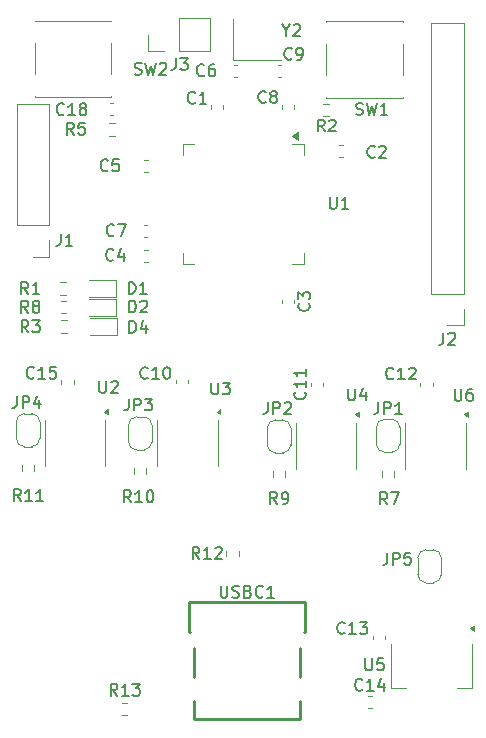
<source format=gbr>
%TF.GenerationSoftware,KiCad,Pcbnew,9.0.4*%
%TF.CreationDate,2025-09-10T15:59:19+03:00*%
%TF.ProjectId,Asius1,41736975-7331-42e6-9b69-6361645f7063,rev?*%
%TF.SameCoordinates,Original*%
%TF.FileFunction,Legend,Top*%
%TF.FilePolarity,Positive*%
%FSLAX46Y46*%
G04 Gerber Fmt 4.6, Leading zero omitted, Abs format (unit mm)*
G04 Created by KiCad (PCBNEW 9.0.4) date 2025-09-10 15:59:19*
%MOMM*%
%LPD*%
G01*
G04 APERTURE LIST*
%ADD10C,0.150000*%
%ADD11C,0.254000*%
%ADD12C,0.120000*%
G04 APERTURE END LIST*
D10*
X84811905Y-119052819D02*
X84811905Y-119862342D01*
X84811905Y-119862342D02*
X84859524Y-119957580D01*
X84859524Y-119957580D02*
X84907143Y-120005200D01*
X84907143Y-120005200D02*
X85002381Y-120052819D01*
X85002381Y-120052819D02*
X85192857Y-120052819D01*
X85192857Y-120052819D02*
X85288095Y-120005200D01*
X85288095Y-120005200D02*
X85335714Y-119957580D01*
X85335714Y-119957580D02*
X85383333Y-119862342D01*
X85383333Y-119862342D02*
X85383333Y-119052819D01*
X85811905Y-120005200D02*
X85954762Y-120052819D01*
X85954762Y-120052819D02*
X86192857Y-120052819D01*
X86192857Y-120052819D02*
X86288095Y-120005200D01*
X86288095Y-120005200D02*
X86335714Y-119957580D01*
X86335714Y-119957580D02*
X86383333Y-119862342D01*
X86383333Y-119862342D02*
X86383333Y-119767104D01*
X86383333Y-119767104D02*
X86335714Y-119671866D01*
X86335714Y-119671866D02*
X86288095Y-119624247D01*
X86288095Y-119624247D02*
X86192857Y-119576628D01*
X86192857Y-119576628D02*
X86002381Y-119529009D01*
X86002381Y-119529009D02*
X85907143Y-119481390D01*
X85907143Y-119481390D02*
X85859524Y-119433771D01*
X85859524Y-119433771D02*
X85811905Y-119338533D01*
X85811905Y-119338533D02*
X85811905Y-119243295D01*
X85811905Y-119243295D02*
X85859524Y-119148057D01*
X85859524Y-119148057D02*
X85907143Y-119100438D01*
X85907143Y-119100438D02*
X86002381Y-119052819D01*
X86002381Y-119052819D02*
X86240476Y-119052819D01*
X86240476Y-119052819D02*
X86383333Y-119100438D01*
X87145238Y-119529009D02*
X87288095Y-119576628D01*
X87288095Y-119576628D02*
X87335714Y-119624247D01*
X87335714Y-119624247D02*
X87383333Y-119719485D01*
X87383333Y-119719485D02*
X87383333Y-119862342D01*
X87383333Y-119862342D02*
X87335714Y-119957580D01*
X87335714Y-119957580D02*
X87288095Y-120005200D01*
X87288095Y-120005200D02*
X87192857Y-120052819D01*
X87192857Y-120052819D02*
X86811905Y-120052819D01*
X86811905Y-120052819D02*
X86811905Y-119052819D01*
X86811905Y-119052819D02*
X87145238Y-119052819D01*
X87145238Y-119052819D02*
X87240476Y-119100438D01*
X87240476Y-119100438D02*
X87288095Y-119148057D01*
X87288095Y-119148057D02*
X87335714Y-119243295D01*
X87335714Y-119243295D02*
X87335714Y-119338533D01*
X87335714Y-119338533D02*
X87288095Y-119433771D01*
X87288095Y-119433771D02*
X87240476Y-119481390D01*
X87240476Y-119481390D02*
X87145238Y-119529009D01*
X87145238Y-119529009D02*
X86811905Y-119529009D01*
X88383333Y-119957580D02*
X88335714Y-120005200D01*
X88335714Y-120005200D02*
X88192857Y-120052819D01*
X88192857Y-120052819D02*
X88097619Y-120052819D01*
X88097619Y-120052819D02*
X87954762Y-120005200D01*
X87954762Y-120005200D02*
X87859524Y-119909961D01*
X87859524Y-119909961D02*
X87811905Y-119814723D01*
X87811905Y-119814723D02*
X87764286Y-119624247D01*
X87764286Y-119624247D02*
X87764286Y-119481390D01*
X87764286Y-119481390D02*
X87811905Y-119290914D01*
X87811905Y-119290914D02*
X87859524Y-119195676D01*
X87859524Y-119195676D02*
X87954762Y-119100438D01*
X87954762Y-119100438D02*
X88097619Y-119052819D01*
X88097619Y-119052819D02*
X88192857Y-119052819D01*
X88192857Y-119052819D02*
X88335714Y-119100438D01*
X88335714Y-119100438D02*
X88383333Y-119148057D01*
X89335714Y-120052819D02*
X88764286Y-120052819D01*
X89050000Y-120052819D02*
X89050000Y-119052819D01*
X89050000Y-119052819D02*
X88954762Y-119195676D01*
X88954762Y-119195676D02*
X88859524Y-119290914D01*
X88859524Y-119290914D02*
X88764286Y-119338533D01*
X72383333Y-80854819D02*
X72050000Y-80378628D01*
X71811905Y-80854819D02*
X71811905Y-79854819D01*
X71811905Y-79854819D02*
X72192857Y-79854819D01*
X72192857Y-79854819D02*
X72288095Y-79902438D01*
X72288095Y-79902438D02*
X72335714Y-79950057D01*
X72335714Y-79950057D02*
X72383333Y-80045295D01*
X72383333Y-80045295D02*
X72383333Y-80188152D01*
X72383333Y-80188152D02*
X72335714Y-80283390D01*
X72335714Y-80283390D02*
X72288095Y-80331009D01*
X72288095Y-80331009D02*
X72192857Y-80378628D01*
X72192857Y-80378628D02*
X71811905Y-80378628D01*
X73288095Y-79854819D02*
X72811905Y-79854819D01*
X72811905Y-79854819D02*
X72764286Y-80331009D01*
X72764286Y-80331009D02*
X72811905Y-80283390D01*
X72811905Y-80283390D02*
X72907143Y-80235771D01*
X72907143Y-80235771D02*
X73145238Y-80235771D01*
X73145238Y-80235771D02*
X73240476Y-80283390D01*
X73240476Y-80283390D02*
X73288095Y-80331009D01*
X73288095Y-80331009D02*
X73335714Y-80426247D01*
X73335714Y-80426247D02*
X73335714Y-80664342D01*
X73335714Y-80664342D02*
X73288095Y-80759580D01*
X73288095Y-80759580D02*
X73240476Y-80807200D01*
X73240476Y-80807200D02*
X73145238Y-80854819D01*
X73145238Y-80854819D02*
X72907143Y-80854819D01*
X72907143Y-80854819D02*
X72811905Y-80807200D01*
X72811905Y-80807200D02*
X72764286Y-80759580D01*
X90373809Y-72028628D02*
X90373809Y-72504819D01*
X90040476Y-71504819D02*
X90373809Y-72028628D01*
X90373809Y-72028628D02*
X90707142Y-71504819D01*
X90992857Y-71600057D02*
X91040476Y-71552438D01*
X91040476Y-71552438D02*
X91135714Y-71504819D01*
X91135714Y-71504819D02*
X91373809Y-71504819D01*
X91373809Y-71504819D02*
X91469047Y-71552438D01*
X91469047Y-71552438D02*
X91516666Y-71600057D01*
X91516666Y-71600057D02*
X91564285Y-71695295D01*
X91564285Y-71695295D02*
X91564285Y-71790533D01*
X91564285Y-71790533D02*
X91516666Y-71933390D01*
X91516666Y-71933390D02*
X90945238Y-72504819D01*
X90945238Y-72504819D02*
X91564285Y-72504819D01*
X77541667Y-75732200D02*
X77684524Y-75779819D01*
X77684524Y-75779819D02*
X77922619Y-75779819D01*
X77922619Y-75779819D02*
X78017857Y-75732200D01*
X78017857Y-75732200D02*
X78065476Y-75684580D01*
X78065476Y-75684580D02*
X78113095Y-75589342D01*
X78113095Y-75589342D02*
X78113095Y-75494104D01*
X78113095Y-75494104D02*
X78065476Y-75398866D01*
X78065476Y-75398866D02*
X78017857Y-75351247D01*
X78017857Y-75351247D02*
X77922619Y-75303628D01*
X77922619Y-75303628D02*
X77732143Y-75256009D01*
X77732143Y-75256009D02*
X77636905Y-75208390D01*
X77636905Y-75208390D02*
X77589286Y-75160771D01*
X77589286Y-75160771D02*
X77541667Y-75065533D01*
X77541667Y-75065533D02*
X77541667Y-74970295D01*
X77541667Y-74970295D02*
X77589286Y-74875057D01*
X77589286Y-74875057D02*
X77636905Y-74827438D01*
X77636905Y-74827438D02*
X77732143Y-74779819D01*
X77732143Y-74779819D02*
X77970238Y-74779819D01*
X77970238Y-74779819D02*
X78113095Y-74827438D01*
X78446429Y-74779819D02*
X78684524Y-75779819D01*
X78684524Y-75779819D02*
X78875000Y-75065533D01*
X78875000Y-75065533D02*
X79065476Y-75779819D01*
X79065476Y-75779819D02*
X79303572Y-74779819D01*
X79636905Y-74875057D02*
X79684524Y-74827438D01*
X79684524Y-74827438D02*
X79779762Y-74779819D01*
X79779762Y-74779819D02*
X80017857Y-74779819D01*
X80017857Y-74779819D02*
X80113095Y-74827438D01*
X80113095Y-74827438D02*
X80160714Y-74875057D01*
X80160714Y-74875057D02*
X80208333Y-74970295D01*
X80208333Y-74970295D02*
X80208333Y-75065533D01*
X80208333Y-75065533D02*
X80160714Y-75208390D01*
X80160714Y-75208390D02*
X79589286Y-75779819D01*
X79589286Y-75779819D02*
X80208333Y-75779819D01*
X68508333Y-95929819D02*
X68175000Y-95453628D01*
X67936905Y-95929819D02*
X67936905Y-94929819D01*
X67936905Y-94929819D02*
X68317857Y-94929819D01*
X68317857Y-94929819D02*
X68413095Y-94977438D01*
X68413095Y-94977438D02*
X68460714Y-95025057D01*
X68460714Y-95025057D02*
X68508333Y-95120295D01*
X68508333Y-95120295D02*
X68508333Y-95263152D01*
X68508333Y-95263152D02*
X68460714Y-95358390D01*
X68460714Y-95358390D02*
X68413095Y-95406009D01*
X68413095Y-95406009D02*
X68317857Y-95453628D01*
X68317857Y-95453628D02*
X67936905Y-95453628D01*
X69079762Y-95358390D02*
X68984524Y-95310771D01*
X68984524Y-95310771D02*
X68936905Y-95263152D01*
X68936905Y-95263152D02*
X68889286Y-95167914D01*
X68889286Y-95167914D02*
X68889286Y-95120295D01*
X68889286Y-95120295D02*
X68936905Y-95025057D01*
X68936905Y-95025057D02*
X68984524Y-94977438D01*
X68984524Y-94977438D02*
X69079762Y-94929819D01*
X69079762Y-94929819D02*
X69270238Y-94929819D01*
X69270238Y-94929819D02*
X69365476Y-94977438D01*
X69365476Y-94977438D02*
X69413095Y-95025057D01*
X69413095Y-95025057D02*
X69460714Y-95120295D01*
X69460714Y-95120295D02*
X69460714Y-95167914D01*
X69460714Y-95167914D02*
X69413095Y-95263152D01*
X69413095Y-95263152D02*
X69365476Y-95310771D01*
X69365476Y-95310771D02*
X69270238Y-95358390D01*
X69270238Y-95358390D02*
X69079762Y-95358390D01*
X69079762Y-95358390D02*
X68984524Y-95406009D01*
X68984524Y-95406009D02*
X68936905Y-95453628D01*
X68936905Y-95453628D02*
X68889286Y-95548866D01*
X68889286Y-95548866D02*
X68889286Y-95739342D01*
X68889286Y-95739342D02*
X68936905Y-95834580D01*
X68936905Y-95834580D02*
X68984524Y-95882200D01*
X68984524Y-95882200D02*
X69079762Y-95929819D01*
X69079762Y-95929819D02*
X69270238Y-95929819D01*
X69270238Y-95929819D02*
X69365476Y-95882200D01*
X69365476Y-95882200D02*
X69413095Y-95834580D01*
X69413095Y-95834580D02*
X69460714Y-95739342D01*
X69460714Y-95739342D02*
X69460714Y-95548866D01*
X69460714Y-95548866D02*
X69413095Y-95453628D01*
X69413095Y-95453628D02*
X69365476Y-95406009D01*
X69365476Y-95406009D02*
X69270238Y-95358390D01*
X78632142Y-101434580D02*
X78584523Y-101482200D01*
X78584523Y-101482200D02*
X78441666Y-101529819D01*
X78441666Y-101529819D02*
X78346428Y-101529819D01*
X78346428Y-101529819D02*
X78203571Y-101482200D01*
X78203571Y-101482200D02*
X78108333Y-101386961D01*
X78108333Y-101386961D02*
X78060714Y-101291723D01*
X78060714Y-101291723D02*
X78013095Y-101101247D01*
X78013095Y-101101247D02*
X78013095Y-100958390D01*
X78013095Y-100958390D02*
X78060714Y-100767914D01*
X78060714Y-100767914D02*
X78108333Y-100672676D01*
X78108333Y-100672676D02*
X78203571Y-100577438D01*
X78203571Y-100577438D02*
X78346428Y-100529819D01*
X78346428Y-100529819D02*
X78441666Y-100529819D01*
X78441666Y-100529819D02*
X78584523Y-100577438D01*
X78584523Y-100577438D02*
X78632142Y-100625057D01*
X79584523Y-101529819D02*
X79013095Y-101529819D01*
X79298809Y-101529819D02*
X79298809Y-100529819D01*
X79298809Y-100529819D02*
X79203571Y-100672676D01*
X79203571Y-100672676D02*
X79108333Y-100767914D01*
X79108333Y-100767914D02*
X79013095Y-100815533D01*
X80203571Y-100529819D02*
X80298809Y-100529819D01*
X80298809Y-100529819D02*
X80394047Y-100577438D01*
X80394047Y-100577438D02*
X80441666Y-100625057D01*
X80441666Y-100625057D02*
X80489285Y-100720295D01*
X80489285Y-100720295D02*
X80536904Y-100910771D01*
X80536904Y-100910771D02*
X80536904Y-101148866D01*
X80536904Y-101148866D02*
X80489285Y-101339342D01*
X80489285Y-101339342D02*
X80441666Y-101434580D01*
X80441666Y-101434580D02*
X80394047Y-101482200D01*
X80394047Y-101482200D02*
X80298809Y-101529819D01*
X80298809Y-101529819D02*
X80203571Y-101529819D01*
X80203571Y-101529819D02*
X80108333Y-101482200D01*
X80108333Y-101482200D02*
X80060714Y-101434580D01*
X80060714Y-101434580D02*
X80013095Y-101339342D01*
X80013095Y-101339342D02*
X79965476Y-101148866D01*
X79965476Y-101148866D02*
X79965476Y-100910771D01*
X79965476Y-100910771D02*
X80013095Y-100720295D01*
X80013095Y-100720295D02*
X80060714Y-100625057D01*
X80060714Y-100625057D02*
X80108333Y-100577438D01*
X80108333Y-100577438D02*
X80203571Y-100529819D01*
X90833333Y-74409580D02*
X90785714Y-74457200D01*
X90785714Y-74457200D02*
X90642857Y-74504819D01*
X90642857Y-74504819D02*
X90547619Y-74504819D01*
X90547619Y-74504819D02*
X90404762Y-74457200D01*
X90404762Y-74457200D02*
X90309524Y-74361961D01*
X90309524Y-74361961D02*
X90261905Y-74266723D01*
X90261905Y-74266723D02*
X90214286Y-74076247D01*
X90214286Y-74076247D02*
X90214286Y-73933390D01*
X90214286Y-73933390D02*
X90261905Y-73742914D01*
X90261905Y-73742914D02*
X90309524Y-73647676D01*
X90309524Y-73647676D02*
X90404762Y-73552438D01*
X90404762Y-73552438D02*
X90547619Y-73504819D01*
X90547619Y-73504819D02*
X90642857Y-73504819D01*
X90642857Y-73504819D02*
X90785714Y-73552438D01*
X90785714Y-73552438D02*
X90833333Y-73600057D01*
X91309524Y-74504819D02*
X91500000Y-74504819D01*
X91500000Y-74504819D02*
X91595238Y-74457200D01*
X91595238Y-74457200D02*
X91642857Y-74409580D01*
X91642857Y-74409580D02*
X91738095Y-74266723D01*
X91738095Y-74266723D02*
X91785714Y-74076247D01*
X91785714Y-74076247D02*
X91785714Y-73695295D01*
X91785714Y-73695295D02*
X91738095Y-73600057D01*
X91738095Y-73600057D02*
X91690476Y-73552438D01*
X91690476Y-73552438D02*
X91595238Y-73504819D01*
X91595238Y-73504819D02*
X91404762Y-73504819D01*
X91404762Y-73504819D02*
X91309524Y-73552438D01*
X91309524Y-73552438D02*
X91261905Y-73600057D01*
X91261905Y-73600057D02*
X91214286Y-73695295D01*
X91214286Y-73695295D02*
X91214286Y-73933390D01*
X91214286Y-73933390D02*
X91261905Y-74028628D01*
X91261905Y-74028628D02*
X91309524Y-74076247D01*
X91309524Y-74076247D02*
X91404762Y-74123866D01*
X91404762Y-74123866D02*
X91595238Y-74123866D01*
X91595238Y-74123866D02*
X91690476Y-74076247D01*
X91690476Y-74076247D02*
X91738095Y-74028628D01*
X91738095Y-74028628D02*
X91785714Y-73933390D01*
X97858333Y-82709580D02*
X97810714Y-82757200D01*
X97810714Y-82757200D02*
X97667857Y-82804819D01*
X97667857Y-82804819D02*
X97572619Y-82804819D01*
X97572619Y-82804819D02*
X97429762Y-82757200D01*
X97429762Y-82757200D02*
X97334524Y-82661961D01*
X97334524Y-82661961D02*
X97286905Y-82566723D01*
X97286905Y-82566723D02*
X97239286Y-82376247D01*
X97239286Y-82376247D02*
X97239286Y-82233390D01*
X97239286Y-82233390D02*
X97286905Y-82042914D01*
X97286905Y-82042914D02*
X97334524Y-81947676D01*
X97334524Y-81947676D02*
X97429762Y-81852438D01*
X97429762Y-81852438D02*
X97572619Y-81804819D01*
X97572619Y-81804819D02*
X97667857Y-81804819D01*
X97667857Y-81804819D02*
X97810714Y-81852438D01*
X97810714Y-81852438D02*
X97858333Y-81900057D01*
X98239286Y-81900057D02*
X98286905Y-81852438D01*
X98286905Y-81852438D02*
X98382143Y-81804819D01*
X98382143Y-81804819D02*
X98620238Y-81804819D01*
X98620238Y-81804819D02*
X98715476Y-81852438D01*
X98715476Y-81852438D02*
X98763095Y-81900057D01*
X98763095Y-81900057D02*
X98810714Y-81995295D01*
X98810714Y-81995295D02*
X98810714Y-82090533D01*
X98810714Y-82090533D02*
X98763095Y-82233390D01*
X98763095Y-82233390D02*
X98191667Y-82804819D01*
X98191667Y-82804819D02*
X98810714Y-82804819D01*
X75733333Y-91434580D02*
X75685714Y-91482200D01*
X75685714Y-91482200D02*
X75542857Y-91529819D01*
X75542857Y-91529819D02*
X75447619Y-91529819D01*
X75447619Y-91529819D02*
X75304762Y-91482200D01*
X75304762Y-91482200D02*
X75209524Y-91386961D01*
X75209524Y-91386961D02*
X75161905Y-91291723D01*
X75161905Y-91291723D02*
X75114286Y-91101247D01*
X75114286Y-91101247D02*
X75114286Y-90958390D01*
X75114286Y-90958390D02*
X75161905Y-90767914D01*
X75161905Y-90767914D02*
X75209524Y-90672676D01*
X75209524Y-90672676D02*
X75304762Y-90577438D01*
X75304762Y-90577438D02*
X75447619Y-90529819D01*
X75447619Y-90529819D02*
X75542857Y-90529819D01*
X75542857Y-90529819D02*
X75685714Y-90577438D01*
X75685714Y-90577438D02*
X75733333Y-90625057D01*
X76590476Y-90863152D02*
X76590476Y-91529819D01*
X76352381Y-90482200D02*
X76114286Y-91196485D01*
X76114286Y-91196485D02*
X76733333Y-91196485D01*
X88791666Y-103504819D02*
X88791666Y-104219104D01*
X88791666Y-104219104D02*
X88744047Y-104361961D01*
X88744047Y-104361961D02*
X88648809Y-104457200D01*
X88648809Y-104457200D02*
X88505952Y-104504819D01*
X88505952Y-104504819D02*
X88410714Y-104504819D01*
X89267857Y-104504819D02*
X89267857Y-103504819D01*
X89267857Y-103504819D02*
X89648809Y-103504819D01*
X89648809Y-103504819D02*
X89744047Y-103552438D01*
X89744047Y-103552438D02*
X89791666Y-103600057D01*
X89791666Y-103600057D02*
X89839285Y-103695295D01*
X89839285Y-103695295D02*
X89839285Y-103838152D01*
X89839285Y-103838152D02*
X89791666Y-103933390D01*
X89791666Y-103933390D02*
X89744047Y-103981009D01*
X89744047Y-103981009D02*
X89648809Y-104028628D01*
X89648809Y-104028628D02*
X89267857Y-104028628D01*
X90220238Y-103600057D02*
X90267857Y-103552438D01*
X90267857Y-103552438D02*
X90363095Y-103504819D01*
X90363095Y-103504819D02*
X90601190Y-103504819D01*
X90601190Y-103504819D02*
X90696428Y-103552438D01*
X90696428Y-103552438D02*
X90744047Y-103600057D01*
X90744047Y-103600057D02*
X90791666Y-103695295D01*
X90791666Y-103695295D02*
X90791666Y-103790533D01*
X90791666Y-103790533D02*
X90744047Y-103933390D01*
X90744047Y-103933390D02*
X90172619Y-104504819D01*
X90172619Y-104504819D02*
X90791666Y-104504819D01*
X71532142Y-79109580D02*
X71484523Y-79157200D01*
X71484523Y-79157200D02*
X71341666Y-79204819D01*
X71341666Y-79204819D02*
X71246428Y-79204819D01*
X71246428Y-79204819D02*
X71103571Y-79157200D01*
X71103571Y-79157200D02*
X71008333Y-79061961D01*
X71008333Y-79061961D02*
X70960714Y-78966723D01*
X70960714Y-78966723D02*
X70913095Y-78776247D01*
X70913095Y-78776247D02*
X70913095Y-78633390D01*
X70913095Y-78633390D02*
X70960714Y-78442914D01*
X70960714Y-78442914D02*
X71008333Y-78347676D01*
X71008333Y-78347676D02*
X71103571Y-78252438D01*
X71103571Y-78252438D02*
X71246428Y-78204819D01*
X71246428Y-78204819D02*
X71341666Y-78204819D01*
X71341666Y-78204819D02*
X71484523Y-78252438D01*
X71484523Y-78252438D02*
X71532142Y-78300057D01*
X72484523Y-79204819D02*
X71913095Y-79204819D01*
X72198809Y-79204819D02*
X72198809Y-78204819D01*
X72198809Y-78204819D02*
X72103571Y-78347676D01*
X72103571Y-78347676D02*
X72008333Y-78442914D01*
X72008333Y-78442914D02*
X71913095Y-78490533D01*
X73055952Y-78633390D02*
X72960714Y-78585771D01*
X72960714Y-78585771D02*
X72913095Y-78538152D01*
X72913095Y-78538152D02*
X72865476Y-78442914D01*
X72865476Y-78442914D02*
X72865476Y-78395295D01*
X72865476Y-78395295D02*
X72913095Y-78300057D01*
X72913095Y-78300057D02*
X72960714Y-78252438D01*
X72960714Y-78252438D02*
X73055952Y-78204819D01*
X73055952Y-78204819D02*
X73246428Y-78204819D01*
X73246428Y-78204819D02*
X73341666Y-78252438D01*
X73341666Y-78252438D02*
X73389285Y-78300057D01*
X73389285Y-78300057D02*
X73436904Y-78395295D01*
X73436904Y-78395295D02*
X73436904Y-78442914D01*
X73436904Y-78442914D02*
X73389285Y-78538152D01*
X73389285Y-78538152D02*
X73341666Y-78585771D01*
X73341666Y-78585771D02*
X73246428Y-78633390D01*
X73246428Y-78633390D02*
X73055952Y-78633390D01*
X73055952Y-78633390D02*
X72960714Y-78681009D01*
X72960714Y-78681009D02*
X72913095Y-78728628D01*
X72913095Y-78728628D02*
X72865476Y-78823866D01*
X72865476Y-78823866D02*
X72865476Y-79014342D01*
X72865476Y-79014342D02*
X72913095Y-79109580D01*
X72913095Y-79109580D02*
X72960714Y-79157200D01*
X72960714Y-79157200D02*
X73055952Y-79204819D01*
X73055952Y-79204819D02*
X73246428Y-79204819D01*
X73246428Y-79204819D02*
X73341666Y-79157200D01*
X73341666Y-79157200D02*
X73389285Y-79109580D01*
X73389285Y-79109580D02*
X73436904Y-79014342D01*
X73436904Y-79014342D02*
X73436904Y-78823866D01*
X73436904Y-78823866D02*
X73389285Y-78728628D01*
X73389285Y-78728628D02*
X73341666Y-78681009D01*
X73341666Y-78681009D02*
X73246428Y-78633390D01*
X83408333Y-75809580D02*
X83360714Y-75857200D01*
X83360714Y-75857200D02*
X83217857Y-75904819D01*
X83217857Y-75904819D02*
X83122619Y-75904819D01*
X83122619Y-75904819D02*
X82979762Y-75857200D01*
X82979762Y-75857200D02*
X82884524Y-75761961D01*
X82884524Y-75761961D02*
X82836905Y-75666723D01*
X82836905Y-75666723D02*
X82789286Y-75476247D01*
X82789286Y-75476247D02*
X82789286Y-75333390D01*
X82789286Y-75333390D02*
X82836905Y-75142914D01*
X82836905Y-75142914D02*
X82884524Y-75047676D01*
X82884524Y-75047676D02*
X82979762Y-74952438D01*
X82979762Y-74952438D02*
X83122619Y-74904819D01*
X83122619Y-74904819D02*
X83217857Y-74904819D01*
X83217857Y-74904819D02*
X83360714Y-74952438D01*
X83360714Y-74952438D02*
X83408333Y-75000057D01*
X84265476Y-74904819D02*
X84075000Y-74904819D01*
X84075000Y-74904819D02*
X83979762Y-74952438D01*
X83979762Y-74952438D02*
X83932143Y-75000057D01*
X83932143Y-75000057D02*
X83836905Y-75142914D01*
X83836905Y-75142914D02*
X83789286Y-75333390D01*
X83789286Y-75333390D02*
X83789286Y-75714342D01*
X83789286Y-75714342D02*
X83836905Y-75809580D01*
X83836905Y-75809580D02*
X83884524Y-75857200D01*
X83884524Y-75857200D02*
X83979762Y-75904819D01*
X83979762Y-75904819D02*
X84170238Y-75904819D01*
X84170238Y-75904819D02*
X84265476Y-75857200D01*
X84265476Y-75857200D02*
X84313095Y-75809580D01*
X84313095Y-75809580D02*
X84360714Y-75714342D01*
X84360714Y-75714342D02*
X84360714Y-75476247D01*
X84360714Y-75476247D02*
X84313095Y-75381009D01*
X84313095Y-75381009D02*
X84265476Y-75333390D01*
X84265476Y-75333390D02*
X84170238Y-75285771D01*
X84170238Y-75285771D02*
X83979762Y-75285771D01*
X83979762Y-75285771D02*
X83884524Y-75333390D01*
X83884524Y-75333390D02*
X83836905Y-75381009D01*
X83836905Y-75381009D02*
X83789286Y-75476247D01*
X77016666Y-103204819D02*
X77016666Y-103919104D01*
X77016666Y-103919104D02*
X76969047Y-104061961D01*
X76969047Y-104061961D02*
X76873809Y-104157200D01*
X76873809Y-104157200D02*
X76730952Y-104204819D01*
X76730952Y-104204819D02*
X76635714Y-104204819D01*
X77492857Y-104204819D02*
X77492857Y-103204819D01*
X77492857Y-103204819D02*
X77873809Y-103204819D01*
X77873809Y-103204819D02*
X77969047Y-103252438D01*
X77969047Y-103252438D02*
X78016666Y-103300057D01*
X78016666Y-103300057D02*
X78064285Y-103395295D01*
X78064285Y-103395295D02*
X78064285Y-103538152D01*
X78064285Y-103538152D02*
X78016666Y-103633390D01*
X78016666Y-103633390D02*
X77969047Y-103681009D01*
X77969047Y-103681009D02*
X77873809Y-103728628D01*
X77873809Y-103728628D02*
X77492857Y-103728628D01*
X78397619Y-103204819D02*
X79016666Y-103204819D01*
X79016666Y-103204819D02*
X78683333Y-103585771D01*
X78683333Y-103585771D02*
X78826190Y-103585771D01*
X78826190Y-103585771D02*
X78921428Y-103633390D01*
X78921428Y-103633390D02*
X78969047Y-103681009D01*
X78969047Y-103681009D02*
X79016666Y-103776247D01*
X79016666Y-103776247D02*
X79016666Y-104014342D01*
X79016666Y-104014342D02*
X78969047Y-104109580D01*
X78969047Y-104109580D02*
X78921428Y-104157200D01*
X78921428Y-104157200D02*
X78826190Y-104204819D01*
X78826190Y-104204819D02*
X78540476Y-104204819D01*
X78540476Y-104204819D02*
X78445238Y-104157200D01*
X78445238Y-104157200D02*
X78397619Y-104109580D01*
X77061905Y-95904819D02*
X77061905Y-94904819D01*
X77061905Y-94904819D02*
X77300000Y-94904819D01*
X77300000Y-94904819D02*
X77442857Y-94952438D01*
X77442857Y-94952438D02*
X77538095Y-95047676D01*
X77538095Y-95047676D02*
X77585714Y-95142914D01*
X77585714Y-95142914D02*
X77633333Y-95333390D01*
X77633333Y-95333390D02*
X77633333Y-95476247D01*
X77633333Y-95476247D02*
X77585714Y-95666723D01*
X77585714Y-95666723D02*
X77538095Y-95761961D01*
X77538095Y-95761961D02*
X77442857Y-95857200D01*
X77442857Y-95857200D02*
X77300000Y-95904819D01*
X77300000Y-95904819D02*
X77061905Y-95904819D01*
X78014286Y-95000057D02*
X78061905Y-94952438D01*
X78061905Y-94952438D02*
X78157143Y-94904819D01*
X78157143Y-94904819D02*
X78395238Y-94904819D01*
X78395238Y-94904819D02*
X78490476Y-94952438D01*
X78490476Y-94952438D02*
X78538095Y-95000057D01*
X78538095Y-95000057D02*
X78585714Y-95095295D01*
X78585714Y-95095295D02*
X78585714Y-95190533D01*
X78585714Y-95190533D02*
X78538095Y-95333390D01*
X78538095Y-95333390D02*
X77966667Y-95904819D01*
X77966667Y-95904819D02*
X78585714Y-95904819D01*
X91929580Y-102642857D02*
X91977200Y-102690476D01*
X91977200Y-102690476D02*
X92024819Y-102833333D01*
X92024819Y-102833333D02*
X92024819Y-102928571D01*
X92024819Y-102928571D02*
X91977200Y-103071428D01*
X91977200Y-103071428D02*
X91881961Y-103166666D01*
X91881961Y-103166666D02*
X91786723Y-103214285D01*
X91786723Y-103214285D02*
X91596247Y-103261904D01*
X91596247Y-103261904D02*
X91453390Y-103261904D01*
X91453390Y-103261904D02*
X91262914Y-103214285D01*
X91262914Y-103214285D02*
X91167676Y-103166666D01*
X91167676Y-103166666D02*
X91072438Y-103071428D01*
X91072438Y-103071428D02*
X91024819Y-102928571D01*
X91024819Y-102928571D02*
X91024819Y-102833333D01*
X91024819Y-102833333D02*
X91072438Y-102690476D01*
X91072438Y-102690476D02*
X91120057Y-102642857D01*
X92024819Y-101690476D02*
X92024819Y-102261904D01*
X92024819Y-101976190D02*
X91024819Y-101976190D01*
X91024819Y-101976190D02*
X91167676Y-102071428D01*
X91167676Y-102071428D02*
X91262914Y-102166666D01*
X91262914Y-102166666D02*
X91310533Y-102261904D01*
X92024819Y-100738095D02*
X92024819Y-101309523D01*
X92024819Y-101023809D02*
X91024819Y-101023809D01*
X91024819Y-101023809D02*
X91167676Y-101119047D01*
X91167676Y-101119047D02*
X91262914Y-101214285D01*
X91262914Y-101214285D02*
X91310533Y-101309523D01*
X103666666Y-97629819D02*
X103666666Y-98344104D01*
X103666666Y-98344104D02*
X103619047Y-98486961D01*
X103619047Y-98486961D02*
X103523809Y-98582200D01*
X103523809Y-98582200D02*
X103380952Y-98629819D01*
X103380952Y-98629819D02*
X103285714Y-98629819D01*
X104095238Y-97725057D02*
X104142857Y-97677438D01*
X104142857Y-97677438D02*
X104238095Y-97629819D01*
X104238095Y-97629819D02*
X104476190Y-97629819D01*
X104476190Y-97629819D02*
X104571428Y-97677438D01*
X104571428Y-97677438D02*
X104619047Y-97725057D01*
X104619047Y-97725057D02*
X104666666Y-97820295D01*
X104666666Y-97820295D02*
X104666666Y-97915533D01*
X104666666Y-97915533D02*
X104619047Y-98058390D01*
X104619047Y-98058390D02*
X104047619Y-98629819D01*
X104047619Y-98629819D02*
X104666666Y-98629819D01*
X89583333Y-112129819D02*
X89250000Y-111653628D01*
X89011905Y-112129819D02*
X89011905Y-111129819D01*
X89011905Y-111129819D02*
X89392857Y-111129819D01*
X89392857Y-111129819D02*
X89488095Y-111177438D01*
X89488095Y-111177438D02*
X89535714Y-111225057D01*
X89535714Y-111225057D02*
X89583333Y-111320295D01*
X89583333Y-111320295D02*
X89583333Y-111463152D01*
X89583333Y-111463152D02*
X89535714Y-111558390D01*
X89535714Y-111558390D02*
X89488095Y-111606009D01*
X89488095Y-111606009D02*
X89392857Y-111653628D01*
X89392857Y-111653628D02*
X89011905Y-111653628D01*
X90059524Y-112129819D02*
X90250000Y-112129819D01*
X90250000Y-112129819D02*
X90345238Y-112082200D01*
X90345238Y-112082200D02*
X90392857Y-112034580D01*
X90392857Y-112034580D02*
X90488095Y-111891723D01*
X90488095Y-111891723D02*
X90535714Y-111701247D01*
X90535714Y-111701247D02*
X90535714Y-111320295D01*
X90535714Y-111320295D02*
X90488095Y-111225057D01*
X90488095Y-111225057D02*
X90440476Y-111177438D01*
X90440476Y-111177438D02*
X90345238Y-111129819D01*
X90345238Y-111129819D02*
X90154762Y-111129819D01*
X90154762Y-111129819D02*
X90059524Y-111177438D01*
X90059524Y-111177438D02*
X90011905Y-111225057D01*
X90011905Y-111225057D02*
X89964286Y-111320295D01*
X89964286Y-111320295D02*
X89964286Y-111558390D01*
X89964286Y-111558390D02*
X90011905Y-111653628D01*
X90011905Y-111653628D02*
X90059524Y-111701247D01*
X90059524Y-111701247D02*
X90154762Y-111748866D01*
X90154762Y-111748866D02*
X90345238Y-111748866D01*
X90345238Y-111748866D02*
X90440476Y-111701247D01*
X90440476Y-111701247D02*
X90488095Y-111653628D01*
X90488095Y-111653628D02*
X90535714Y-111558390D01*
X83007142Y-116767319D02*
X82673809Y-116291128D01*
X82435714Y-116767319D02*
X82435714Y-115767319D01*
X82435714Y-115767319D02*
X82816666Y-115767319D01*
X82816666Y-115767319D02*
X82911904Y-115814938D01*
X82911904Y-115814938D02*
X82959523Y-115862557D01*
X82959523Y-115862557D02*
X83007142Y-115957795D01*
X83007142Y-115957795D02*
X83007142Y-116100652D01*
X83007142Y-116100652D02*
X82959523Y-116195890D01*
X82959523Y-116195890D02*
X82911904Y-116243509D01*
X82911904Y-116243509D02*
X82816666Y-116291128D01*
X82816666Y-116291128D02*
X82435714Y-116291128D01*
X83959523Y-116767319D02*
X83388095Y-116767319D01*
X83673809Y-116767319D02*
X83673809Y-115767319D01*
X83673809Y-115767319D02*
X83578571Y-115910176D01*
X83578571Y-115910176D02*
X83483333Y-116005414D01*
X83483333Y-116005414D02*
X83388095Y-116053033D01*
X84340476Y-115862557D02*
X84388095Y-115814938D01*
X84388095Y-115814938D02*
X84483333Y-115767319D01*
X84483333Y-115767319D02*
X84721428Y-115767319D01*
X84721428Y-115767319D02*
X84816666Y-115814938D01*
X84816666Y-115814938D02*
X84864285Y-115862557D01*
X84864285Y-115862557D02*
X84911904Y-115957795D01*
X84911904Y-115957795D02*
X84911904Y-116053033D01*
X84911904Y-116053033D02*
X84864285Y-116195890D01*
X84864285Y-116195890D02*
X84292857Y-116767319D01*
X84292857Y-116767319D02*
X84911904Y-116767319D01*
X84033095Y-101854819D02*
X84033095Y-102664342D01*
X84033095Y-102664342D02*
X84080714Y-102759580D01*
X84080714Y-102759580D02*
X84128333Y-102807200D01*
X84128333Y-102807200D02*
X84223571Y-102854819D01*
X84223571Y-102854819D02*
X84414047Y-102854819D01*
X84414047Y-102854819D02*
X84509285Y-102807200D01*
X84509285Y-102807200D02*
X84556904Y-102759580D01*
X84556904Y-102759580D02*
X84604523Y-102664342D01*
X84604523Y-102664342D02*
X84604523Y-101854819D01*
X84985476Y-101854819D02*
X85604523Y-101854819D01*
X85604523Y-101854819D02*
X85271190Y-102235771D01*
X85271190Y-102235771D02*
X85414047Y-102235771D01*
X85414047Y-102235771D02*
X85509285Y-102283390D01*
X85509285Y-102283390D02*
X85556904Y-102331009D01*
X85556904Y-102331009D02*
X85604523Y-102426247D01*
X85604523Y-102426247D02*
X85604523Y-102664342D01*
X85604523Y-102664342D02*
X85556904Y-102759580D01*
X85556904Y-102759580D02*
X85509285Y-102807200D01*
X85509285Y-102807200D02*
X85414047Y-102854819D01*
X85414047Y-102854819D02*
X85128333Y-102854819D01*
X85128333Y-102854819D02*
X85033095Y-102807200D01*
X85033095Y-102807200D02*
X84985476Y-102759580D01*
X77086905Y-97629819D02*
X77086905Y-96629819D01*
X77086905Y-96629819D02*
X77325000Y-96629819D01*
X77325000Y-96629819D02*
X77467857Y-96677438D01*
X77467857Y-96677438D02*
X77563095Y-96772676D01*
X77563095Y-96772676D02*
X77610714Y-96867914D01*
X77610714Y-96867914D02*
X77658333Y-97058390D01*
X77658333Y-97058390D02*
X77658333Y-97201247D01*
X77658333Y-97201247D02*
X77610714Y-97391723D01*
X77610714Y-97391723D02*
X77563095Y-97486961D01*
X77563095Y-97486961D02*
X77467857Y-97582200D01*
X77467857Y-97582200D02*
X77325000Y-97629819D01*
X77325000Y-97629819D02*
X77086905Y-97629819D01*
X78515476Y-96963152D02*
X78515476Y-97629819D01*
X78277381Y-96582200D02*
X78039286Y-97296485D01*
X78039286Y-97296485D02*
X78658333Y-97296485D01*
X68508333Y-94329819D02*
X68175000Y-93853628D01*
X67936905Y-94329819D02*
X67936905Y-93329819D01*
X67936905Y-93329819D02*
X68317857Y-93329819D01*
X68317857Y-93329819D02*
X68413095Y-93377438D01*
X68413095Y-93377438D02*
X68460714Y-93425057D01*
X68460714Y-93425057D02*
X68508333Y-93520295D01*
X68508333Y-93520295D02*
X68508333Y-93663152D01*
X68508333Y-93663152D02*
X68460714Y-93758390D01*
X68460714Y-93758390D02*
X68413095Y-93806009D01*
X68413095Y-93806009D02*
X68317857Y-93853628D01*
X68317857Y-93853628D02*
X67936905Y-93853628D01*
X69460714Y-94329819D02*
X68889286Y-94329819D01*
X69175000Y-94329819D02*
X69175000Y-93329819D01*
X69175000Y-93329819D02*
X69079762Y-93472676D01*
X69079762Y-93472676D02*
X68984524Y-93567914D01*
X68984524Y-93567914D02*
X68889286Y-93615533D01*
X75783333Y-89359580D02*
X75735714Y-89407200D01*
X75735714Y-89407200D02*
X75592857Y-89454819D01*
X75592857Y-89454819D02*
X75497619Y-89454819D01*
X75497619Y-89454819D02*
X75354762Y-89407200D01*
X75354762Y-89407200D02*
X75259524Y-89311961D01*
X75259524Y-89311961D02*
X75211905Y-89216723D01*
X75211905Y-89216723D02*
X75164286Y-89026247D01*
X75164286Y-89026247D02*
X75164286Y-88883390D01*
X75164286Y-88883390D02*
X75211905Y-88692914D01*
X75211905Y-88692914D02*
X75259524Y-88597676D01*
X75259524Y-88597676D02*
X75354762Y-88502438D01*
X75354762Y-88502438D02*
X75497619Y-88454819D01*
X75497619Y-88454819D02*
X75592857Y-88454819D01*
X75592857Y-88454819D02*
X75735714Y-88502438D01*
X75735714Y-88502438D02*
X75783333Y-88550057D01*
X76116667Y-88454819D02*
X76783333Y-88454819D01*
X76783333Y-88454819D02*
X76354762Y-89454819D01*
X97063095Y-125204819D02*
X97063095Y-126014342D01*
X97063095Y-126014342D02*
X97110714Y-126109580D01*
X97110714Y-126109580D02*
X97158333Y-126157200D01*
X97158333Y-126157200D02*
X97253571Y-126204819D01*
X97253571Y-126204819D02*
X97444047Y-126204819D01*
X97444047Y-126204819D02*
X97539285Y-126157200D01*
X97539285Y-126157200D02*
X97586904Y-126109580D01*
X97586904Y-126109580D02*
X97634523Y-126014342D01*
X97634523Y-126014342D02*
X97634523Y-125204819D01*
X98586904Y-125204819D02*
X98110714Y-125204819D01*
X98110714Y-125204819D02*
X98063095Y-125681009D01*
X98063095Y-125681009D02*
X98110714Y-125633390D01*
X98110714Y-125633390D02*
X98205952Y-125585771D01*
X98205952Y-125585771D02*
X98444047Y-125585771D01*
X98444047Y-125585771D02*
X98539285Y-125633390D01*
X98539285Y-125633390D02*
X98586904Y-125681009D01*
X98586904Y-125681009D02*
X98634523Y-125776247D01*
X98634523Y-125776247D02*
X98634523Y-126014342D01*
X98634523Y-126014342D02*
X98586904Y-126109580D01*
X98586904Y-126109580D02*
X98539285Y-126157200D01*
X98539285Y-126157200D02*
X98444047Y-126204819D01*
X98444047Y-126204819D02*
X98205952Y-126204819D01*
X98205952Y-126204819D02*
X98110714Y-126157200D01*
X98110714Y-126157200D02*
X98063095Y-126109580D01*
X92264580Y-95141666D02*
X92312200Y-95189285D01*
X92312200Y-95189285D02*
X92359819Y-95332142D01*
X92359819Y-95332142D02*
X92359819Y-95427380D01*
X92359819Y-95427380D02*
X92312200Y-95570237D01*
X92312200Y-95570237D02*
X92216961Y-95665475D01*
X92216961Y-95665475D02*
X92121723Y-95713094D01*
X92121723Y-95713094D02*
X91931247Y-95760713D01*
X91931247Y-95760713D02*
X91788390Y-95760713D01*
X91788390Y-95760713D02*
X91597914Y-95713094D01*
X91597914Y-95713094D02*
X91502676Y-95665475D01*
X91502676Y-95665475D02*
X91407438Y-95570237D01*
X91407438Y-95570237D02*
X91359819Y-95427380D01*
X91359819Y-95427380D02*
X91359819Y-95332142D01*
X91359819Y-95332142D02*
X91407438Y-95189285D01*
X91407438Y-95189285D02*
X91455057Y-95141666D01*
X91359819Y-94808332D02*
X91359819Y-94189285D01*
X91359819Y-94189285D02*
X91740771Y-94522618D01*
X91740771Y-94522618D02*
X91740771Y-94379761D01*
X91740771Y-94379761D02*
X91788390Y-94284523D01*
X91788390Y-94284523D02*
X91836009Y-94236904D01*
X91836009Y-94236904D02*
X91931247Y-94189285D01*
X91931247Y-94189285D02*
X92169342Y-94189285D01*
X92169342Y-94189285D02*
X92264580Y-94236904D01*
X92264580Y-94236904D02*
X92312200Y-94284523D01*
X92312200Y-94284523D02*
X92359819Y-94379761D01*
X92359819Y-94379761D02*
X92359819Y-94665475D01*
X92359819Y-94665475D02*
X92312200Y-94760713D01*
X92312200Y-94760713D02*
X92264580Y-94808332D01*
X74533095Y-101729819D02*
X74533095Y-102539342D01*
X74533095Y-102539342D02*
X74580714Y-102634580D01*
X74580714Y-102634580D02*
X74628333Y-102682200D01*
X74628333Y-102682200D02*
X74723571Y-102729819D01*
X74723571Y-102729819D02*
X74914047Y-102729819D01*
X74914047Y-102729819D02*
X75009285Y-102682200D01*
X75009285Y-102682200D02*
X75056904Y-102634580D01*
X75056904Y-102634580D02*
X75104523Y-102539342D01*
X75104523Y-102539342D02*
X75104523Y-101729819D01*
X75533095Y-101825057D02*
X75580714Y-101777438D01*
X75580714Y-101777438D02*
X75675952Y-101729819D01*
X75675952Y-101729819D02*
X75914047Y-101729819D01*
X75914047Y-101729819D02*
X76009285Y-101777438D01*
X76009285Y-101777438D02*
X76056904Y-101825057D01*
X76056904Y-101825057D02*
X76104523Y-101920295D01*
X76104523Y-101920295D02*
X76104523Y-102015533D01*
X76104523Y-102015533D02*
X76056904Y-102158390D01*
X76056904Y-102158390D02*
X75485476Y-102729819D01*
X75485476Y-102729819D02*
X76104523Y-102729819D01*
X95613095Y-102354819D02*
X95613095Y-103164342D01*
X95613095Y-103164342D02*
X95660714Y-103259580D01*
X95660714Y-103259580D02*
X95708333Y-103307200D01*
X95708333Y-103307200D02*
X95803571Y-103354819D01*
X95803571Y-103354819D02*
X95994047Y-103354819D01*
X95994047Y-103354819D02*
X96089285Y-103307200D01*
X96089285Y-103307200D02*
X96136904Y-103259580D01*
X96136904Y-103259580D02*
X96184523Y-103164342D01*
X96184523Y-103164342D02*
X96184523Y-102354819D01*
X97089285Y-102688152D02*
X97089285Y-103354819D01*
X96851190Y-102307200D02*
X96613095Y-103021485D01*
X96613095Y-103021485D02*
X97232142Y-103021485D01*
X98908333Y-112154819D02*
X98575000Y-111678628D01*
X98336905Y-112154819D02*
X98336905Y-111154819D01*
X98336905Y-111154819D02*
X98717857Y-111154819D01*
X98717857Y-111154819D02*
X98813095Y-111202438D01*
X98813095Y-111202438D02*
X98860714Y-111250057D01*
X98860714Y-111250057D02*
X98908333Y-111345295D01*
X98908333Y-111345295D02*
X98908333Y-111488152D01*
X98908333Y-111488152D02*
X98860714Y-111583390D01*
X98860714Y-111583390D02*
X98813095Y-111631009D01*
X98813095Y-111631009D02*
X98717857Y-111678628D01*
X98717857Y-111678628D02*
X98336905Y-111678628D01*
X99241667Y-111154819D02*
X99908333Y-111154819D01*
X99908333Y-111154819D02*
X99479762Y-112154819D01*
X98916666Y-116254819D02*
X98916666Y-116969104D01*
X98916666Y-116969104D02*
X98869047Y-117111961D01*
X98869047Y-117111961D02*
X98773809Y-117207200D01*
X98773809Y-117207200D02*
X98630952Y-117254819D01*
X98630952Y-117254819D02*
X98535714Y-117254819D01*
X99392857Y-117254819D02*
X99392857Y-116254819D01*
X99392857Y-116254819D02*
X99773809Y-116254819D01*
X99773809Y-116254819D02*
X99869047Y-116302438D01*
X99869047Y-116302438D02*
X99916666Y-116350057D01*
X99916666Y-116350057D02*
X99964285Y-116445295D01*
X99964285Y-116445295D02*
X99964285Y-116588152D01*
X99964285Y-116588152D02*
X99916666Y-116683390D01*
X99916666Y-116683390D02*
X99869047Y-116731009D01*
X99869047Y-116731009D02*
X99773809Y-116778628D01*
X99773809Y-116778628D02*
X99392857Y-116778628D01*
X100869047Y-116254819D02*
X100392857Y-116254819D01*
X100392857Y-116254819D02*
X100345238Y-116731009D01*
X100345238Y-116731009D02*
X100392857Y-116683390D01*
X100392857Y-116683390D02*
X100488095Y-116635771D01*
X100488095Y-116635771D02*
X100726190Y-116635771D01*
X100726190Y-116635771D02*
X100821428Y-116683390D01*
X100821428Y-116683390D02*
X100869047Y-116731009D01*
X100869047Y-116731009D02*
X100916666Y-116826247D01*
X100916666Y-116826247D02*
X100916666Y-117064342D01*
X100916666Y-117064342D02*
X100869047Y-117159580D01*
X100869047Y-117159580D02*
X100821428Y-117207200D01*
X100821428Y-117207200D02*
X100726190Y-117254819D01*
X100726190Y-117254819D02*
X100488095Y-117254819D01*
X100488095Y-117254819D02*
X100392857Y-117207200D01*
X100392857Y-117207200D02*
X100345238Y-117159580D01*
X67882142Y-111879819D02*
X67548809Y-111403628D01*
X67310714Y-111879819D02*
X67310714Y-110879819D01*
X67310714Y-110879819D02*
X67691666Y-110879819D01*
X67691666Y-110879819D02*
X67786904Y-110927438D01*
X67786904Y-110927438D02*
X67834523Y-110975057D01*
X67834523Y-110975057D02*
X67882142Y-111070295D01*
X67882142Y-111070295D02*
X67882142Y-111213152D01*
X67882142Y-111213152D02*
X67834523Y-111308390D01*
X67834523Y-111308390D02*
X67786904Y-111356009D01*
X67786904Y-111356009D02*
X67691666Y-111403628D01*
X67691666Y-111403628D02*
X67310714Y-111403628D01*
X68834523Y-111879819D02*
X68263095Y-111879819D01*
X68548809Y-111879819D02*
X68548809Y-110879819D01*
X68548809Y-110879819D02*
X68453571Y-111022676D01*
X68453571Y-111022676D02*
X68358333Y-111117914D01*
X68358333Y-111117914D02*
X68263095Y-111165533D01*
X69786904Y-111879819D02*
X69215476Y-111879819D01*
X69501190Y-111879819D02*
X69501190Y-110879819D01*
X69501190Y-110879819D02*
X69405952Y-111022676D01*
X69405952Y-111022676D02*
X69310714Y-111117914D01*
X69310714Y-111117914D02*
X69215476Y-111165533D01*
X82658333Y-78134580D02*
X82610714Y-78182200D01*
X82610714Y-78182200D02*
X82467857Y-78229819D01*
X82467857Y-78229819D02*
X82372619Y-78229819D01*
X82372619Y-78229819D02*
X82229762Y-78182200D01*
X82229762Y-78182200D02*
X82134524Y-78086961D01*
X82134524Y-78086961D02*
X82086905Y-77991723D01*
X82086905Y-77991723D02*
X82039286Y-77801247D01*
X82039286Y-77801247D02*
X82039286Y-77658390D01*
X82039286Y-77658390D02*
X82086905Y-77467914D01*
X82086905Y-77467914D02*
X82134524Y-77372676D01*
X82134524Y-77372676D02*
X82229762Y-77277438D01*
X82229762Y-77277438D02*
X82372619Y-77229819D01*
X82372619Y-77229819D02*
X82467857Y-77229819D01*
X82467857Y-77229819D02*
X82610714Y-77277438D01*
X82610714Y-77277438D02*
X82658333Y-77325057D01*
X83610714Y-78229819D02*
X83039286Y-78229819D01*
X83325000Y-78229819D02*
X83325000Y-77229819D01*
X83325000Y-77229819D02*
X83229762Y-77372676D01*
X83229762Y-77372676D02*
X83134524Y-77467914D01*
X83134524Y-77467914D02*
X83039286Y-77515533D01*
X67566666Y-103004819D02*
X67566666Y-103719104D01*
X67566666Y-103719104D02*
X67519047Y-103861961D01*
X67519047Y-103861961D02*
X67423809Y-103957200D01*
X67423809Y-103957200D02*
X67280952Y-104004819D01*
X67280952Y-104004819D02*
X67185714Y-104004819D01*
X68042857Y-104004819D02*
X68042857Y-103004819D01*
X68042857Y-103004819D02*
X68423809Y-103004819D01*
X68423809Y-103004819D02*
X68519047Y-103052438D01*
X68519047Y-103052438D02*
X68566666Y-103100057D01*
X68566666Y-103100057D02*
X68614285Y-103195295D01*
X68614285Y-103195295D02*
X68614285Y-103338152D01*
X68614285Y-103338152D02*
X68566666Y-103433390D01*
X68566666Y-103433390D02*
X68519047Y-103481009D01*
X68519047Y-103481009D02*
X68423809Y-103528628D01*
X68423809Y-103528628D02*
X68042857Y-103528628D01*
X69471428Y-103338152D02*
X69471428Y-104004819D01*
X69233333Y-102957200D02*
X68995238Y-103671485D01*
X68995238Y-103671485D02*
X69614285Y-103671485D01*
X69007142Y-101409580D02*
X68959523Y-101457200D01*
X68959523Y-101457200D02*
X68816666Y-101504819D01*
X68816666Y-101504819D02*
X68721428Y-101504819D01*
X68721428Y-101504819D02*
X68578571Y-101457200D01*
X68578571Y-101457200D02*
X68483333Y-101361961D01*
X68483333Y-101361961D02*
X68435714Y-101266723D01*
X68435714Y-101266723D02*
X68388095Y-101076247D01*
X68388095Y-101076247D02*
X68388095Y-100933390D01*
X68388095Y-100933390D02*
X68435714Y-100742914D01*
X68435714Y-100742914D02*
X68483333Y-100647676D01*
X68483333Y-100647676D02*
X68578571Y-100552438D01*
X68578571Y-100552438D02*
X68721428Y-100504819D01*
X68721428Y-100504819D02*
X68816666Y-100504819D01*
X68816666Y-100504819D02*
X68959523Y-100552438D01*
X68959523Y-100552438D02*
X69007142Y-100600057D01*
X69959523Y-101504819D02*
X69388095Y-101504819D01*
X69673809Y-101504819D02*
X69673809Y-100504819D01*
X69673809Y-100504819D02*
X69578571Y-100647676D01*
X69578571Y-100647676D02*
X69483333Y-100742914D01*
X69483333Y-100742914D02*
X69388095Y-100790533D01*
X70864285Y-100504819D02*
X70388095Y-100504819D01*
X70388095Y-100504819D02*
X70340476Y-100981009D01*
X70340476Y-100981009D02*
X70388095Y-100933390D01*
X70388095Y-100933390D02*
X70483333Y-100885771D01*
X70483333Y-100885771D02*
X70721428Y-100885771D01*
X70721428Y-100885771D02*
X70816666Y-100933390D01*
X70816666Y-100933390D02*
X70864285Y-100981009D01*
X70864285Y-100981009D02*
X70911904Y-101076247D01*
X70911904Y-101076247D02*
X70911904Y-101314342D01*
X70911904Y-101314342D02*
X70864285Y-101409580D01*
X70864285Y-101409580D02*
X70816666Y-101457200D01*
X70816666Y-101457200D02*
X70721428Y-101504819D01*
X70721428Y-101504819D02*
X70483333Y-101504819D01*
X70483333Y-101504819D02*
X70388095Y-101457200D01*
X70388095Y-101457200D02*
X70340476Y-101409580D01*
X88633333Y-78084580D02*
X88585714Y-78132200D01*
X88585714Y-78132200D02*
X88442857Y-78179819D01*
X88442857Y-78179819D02*
X88347619Y-78179819D01*
X88347619Y-78179819D02*
X88204762Y-78132200D01*
X88204762Y-78132200D02*
X88109524Y-78036961D01*
X88109524Y-78036961D02*
X88061905Y-77941723D01*
X88061905Y-77941723D02*
X88014286Y-77751247D01*
X88014286Y-77751247D02*
X88014286Y-77608390D01*
X88014286Y-77608390D02*
X88061905Y-77417914D01*
X88061905Y-77417914D02*
X88109524Y-77322676D01*
X88109524Y-77322676D02*
X88204762Y-77227438D01*
X88204762Y-77227438D02*
X88347619Y-77179819D01*
X88347619Y-77179819D02*
X88442857Y-77179819D01*
X88442857Y-77179819D02*
X88585714Y-77227438D01*
X88585714Y-77227438D02*
X88633333Y-77275057D01*
X89204762Y-77608390D02*
X89109524Y-77560771D01*
X89109524Y-77560771D02*
X89061905Y-77513152D01*
X89061905Y-77513152D02*
X89014286Y-77417914D01*
X89014286Y-77417914D02*
X89014286Y-77370295D01*
X89014286Y-77370295D02*
X89061905Y-77275057D01*
X89061905Y-77275057D02*
X89109524Y-77227438D01*
X89109524Y-77227438D02*
X89204762Y-77179819D01*
X89204762Y-77179819D02*
X89395238Y-77179819D01*
X89395238Y-77179819D02*
X89490476Y-77227438D01*
X89490476Y-77227438D02*
X89538095Y-77275057D01*
X89538095Y-77275057D02*
X89585714Y-77370295D01*
X89585714Y-77370295D02*
X89585714Y-77417914D01*
X89585714Y-77417914D02*
X89538095Y-77513152D01*
X89538095Y-77513152D02*
X89490476Y-77560771D01*
X89490476Y-77560771D02*
X89395238Y-77608390D01*
X89395238Y-77608390D02*
X89204762Y-77608390D01*
X89204762Y-77608390D02*
X89109524Y-77656009D01*
X89109524Y-77656009D02*
X89061905Y-77703628D01*
X89061905Y-77703628D02*
X89014286Y-77798866D01*
X89014286Y-77798866D02*
X89014286Y-77989342D01*
X89014286Y-77989342D02*
X89061905Y-78084580D01*
X89061905Y-78084580D02*
X89109524Y-78132200D01*
X89109524Y-78132200D02*
X89204762Y-78179819D01*
X89204762Y-78179819D02*
X89395238Y-78179819D01*
X89395238Y-78179819D02*
X89490476Y-78132200D01*
X89490476Y-78132200D02*
X89538095Y-78084580D01*
X89538095Y-78084580D02*
X89585714Y-77989342D01*
X89585714Y-77989342D02*
X89585714Y-77798866D01*
X89585714Y-77798866D02*
X89538095Y-77703628D01*
X89538095Y-77703628D02*
X89490476Y-77656009D01*
X89490476Y-77656009D02*
X89395238Y-77608390D01*
X77036905Y-94329819D02*
X77036905Y-93329819D01*
X77036905Y-93329819D02*
X77275000Y-93329819D01*
X77275000Y-93329819D02*
X77417857Y-93377438D01*
X77417857Y-93377438D02*
X77513095Y-93472676D01*
X77513095Y-93472676D02*
X77560714Y-93567914D01*
X77560714Y-93567914D02*
X77608333Y-93758390D01*
X77608333Y-93758390D02*
X77608333Y-93901247D01*
X77608333Y-93901247D02*
X77560714Y-94091723D01*
X77560714Y-94091723D02*
X77513095Y-94186961D01*
X77513095Y-94186961D02*
X77417857Y-94282200D01*
X77417857Y-94282200D02*
X77275000Y-94329819D01*
X77275000Y-94329819D02*
X77036905Y-94329819D01*
X78560714Y-94329819D02*
X77989286Y-94329819D01*
X78275000Y-94329819D02*
X78275000Y-93329819D01*
X78275000Y-93329819D02*
X78179762Y-93472676D01*
X78179762Y-93472676D02*
X78084524Y-93567914D01*
X78084524Y-93567914D02*
X77989286Y-93615533D01*
X99432142Y-101484580D02*
X99384523Y-101532200D01*
X99384523Y-101532200D02*
X99241666Y-101579819D01*
X99241666Y-101579819D02*
X99146428Y-101579819D01*
X99146428Y-101579819D02*
X99003571Y-101532200D01*
X99003571Y-101532200D02*
X98908333Y-101436961D01*
X98908333Y-101436961D02*
X98860714Y-101341723D01*
X98860714Y-101341723D02*
X98813095Y-101151247D01*
X98813095Y-101151247D02*
X98813095Y-101008390D01*
X98813095Y-101008390D02*
X98860714Y-100817914D01*
X98860714Y-100817914D02*
X98908333Y-100722676D01*
X98908333Y-100722676D02*
X99003571Y-100627438D01*
X99003571Y-100627438D02*
X99146428Y-100579819D01*
X99146428Y-100579819D02*
X99241666Y-100579819D01*
X99241666Y-100579819D02*
X99384523Y-100627438D01*
X99384523Y-100627438D02*
X99432142Y-100675057D01*
X100384523Y-101579819D02*
X99813095Y-101579819D01*
X100098809Y-101579819D02*
X100098809Y-100579819D01*
X100098809Y-100579819D02*
X100003571Y-100722676D01*
X100003571Y-100722676D02*
X99908333Y-100817914D01*
X99908333Y-100817914D02*
X99813095Y-100865533D01*
X100765476Y-100675057D02*
X100813095Y-100627438D01*
X100813095Y-100627438D02*
X100908333Y-100579819D01*
X100908333Y-100579819D02*
X101146428Y-100579819D01*
X101146428Y-100579819D02*
X101241666Y-100627438D01*
X101241666Y-100627438D02*
X101289285Y-100675057D01*
X101289285Y-100675057D02*
X101336904Y-100770295D01*
X101336904Y-100770295D02*
X101336904Y-100865533D01*
X101336904Y-100865533D02*
X101289285Y-101008390D01*
X101289285Y-101008390D02*
X100717857Y-101579819D01*
X100717857Y-101579819D02*
X101336904Y-101579819D01*
X71266666Y-89254819D02*
X71266666Y-89969104D01*
X71266666Y-89969104D02*
X71219047Y-90111961D01*
X71219047Y-90111961D02*
X71123809Y-90207200D01*
X71123809Y-90207200D02*
X70980952Y-90254819D01*
X70980952Y-90254819D02*
X70885714Y-90254819D01*
X72266666Y-90254819D02*
X71695238Y-90254819D01*
X71980952Y-90254819D02*
X71980952Y-89254819D01*
X71980952Y-89254819D02*
X71885714Y-89397676D01*
X71885714Y-89397676D02*
X71790476Y-89492914D01*
X71790476Y-89492914D02*
X71695238Y-89540533D01*
X94063095Y-86129819D02*
X94063095Y-86939342D01*
X94063095Y-86939342D02*
X94110714Y-87034580D01*
X94110714Y-87034580D02*
X94158333Y-87082200D01*
X94158333Y-87082200D02*
X94253571Y-87129819D01*
X94253571Y-87129819D02*
X94444047Y-87129819D01*
X94444047Y-87129819D02*
X94539285Y-87082200D01*
X94539285Y-87082200D02*
X94586904Y-87034580D01*
X94586904Y-87034580D02*
X94634523Y-86939342D01*
X94634523Y-86939342D02*
X94634523Y-86129819D01*
X95634523Y-87129819D02*
X95063095Y-87129819D01*
X95348809Y-87129819D02*
X95348809Y-86129819D01*
X95348809Y-86129819D02*
X95253571Y-86272676D01*
X95253571Y-86272676D02*
X95158333Y-86367914D01*
X95158333Y-86367914D02*
X95063095Y-86415533D01*
X98166666Y-103504819D02*
X98166666Y-104219104D01*
X98166666Y-104219104D02*
X98119047Y-104361961D01*
X98119047Y-104361961D02*
X98023809Y-104457200D01*
X98023809Y-104457200D02*
X97880952Y-104504819D01*
X97880952Y-104504819D02*
X97785714Y-104504819D01*
X98642857Y-104504819D02*
X98642857Y-103504819D01*
X98642857Y-103504819D02*
X99023809Y-103504819D01*
X99023809Y-103504819D02*
X99119047Y-103552438D01*
X99119047Y-103552438D02*
X99166666Y-103600057D01*
X99166666Y-103600057D02*
X99214285Y-103695295D01*
X99214285Y-103695295D02*
X99214285Y-103838152D01*
X99214285Y-103838152D02*
X99166666Y-103933390D01*
X99166666Y-103933390D02*
X99119047Y-103981009D01*
X99119047Y-103981009D02*
X99023809Y-104028628D01*
X99023809Y-104028628D02*
X98642857Y-104028628D01*
X100166666Y-104504819D02*
X99595238Y-104504819D01*
X99880952Y-104504819D02*
X99880952Y-103504819D01*
X99880952Y-103504819D02*
X99785714Y-103647676D01*
X99785714Y-103647676D02*
X99690476Y-103742914D01*
X99690476Y-103742914D02*
X99595238Y-103790533D01*
X81016666Y-74379819D02*
X81016666Y-75094104D01*
X81016666Y-75094104D02*
X80969047Y-75236961D01*
X80969047Y-75236961D02*
X80873809Y-75332200D01*
X80873809Y-75332200D02*
X80730952Y-75379819D01*
X80730952Y-75379819D02*
X80635714Y-75379819D01*
X81397619Y-74379819D02*
X82016666Y-74379819D01*
X82016666Y-74379819D02*
X81683333Y-74760771D01*
X81683333Y-74760771D02*
X81826190Y-74760771D01*
X81826190Y-74760771D02*
X81921428Y-74808390D01*
X81921428Y-74808390D02*
X81969047Y-74856009D01*
X81969047Y-74856009D02*
X82016666Y-74951247D01*
X82016666Y-74951247D02*
X82016666Y-75189342D01*
X82016666Y-75189342D02*
X81969047Y-75284580D01*
X81969047Y-75284580D02*
X81921428Y-75332200D01*
X81921428Y-75332200D02*
X81826190Y-75379819D01*
X81826190Y-75379819D02*
X81540476Y-75379819D01*
X81540476Y-75379819D02*
X81445238Y-75332200D01*
X81445238Y-75332200D02*
X81397619Y-75284580D01*
X95307142Y-123034580D02*
X95259523Y-123082200D01*
X95259523Y-123082200D02*
X95116666Y-123129819D01*
X95116666Y-123129819D02*
X95021428Y-123129819D01*
X95021428Y-123129819D02*
X94878571Y-123082200D01*
X94878571Y-123082200D02*
X94783333Y-122986961D01*
X94783333Y-122986961D02*
X94735714Y-122891723D01*
X94735714Y-122891723D02*
X94688095Y-122701247D01*
X94688095Y-122701247D02*
X94688095Y-122558390D01*
X94688095Y-122558390D02*
X94735714Y-122367914D01*
X94735714Y-122367914D02*
X94783333Y-122272676D01*
X94783333Y-122272676D02*
X94878571Y-122177438D01*
X94878571Y-122177438D02*
X95021428Y-122129819D01*
X95021428Y-122129819D02*
X95116666Y-122129819D01*
X95116666Y-122129819D02*
X95259523Y-122177438D01*
X95259523Y-122177438D02*
X95307142Y-122225057D01*
X96259523Y-123129819D02*
X95688095Y-123129819D01*
X95973809Y-123129819D02*
X95973809Y-122129819D01*
X95973809Y-122129819D02*
X95878571Y-122272676D01*
X95878571Y-122272676D02*
X95783333Y-122367914D01*
X95783333Y-122367914D02*
X95688095Y-122415533D01*
X96592857Y-122129819D02*
X97211904Y-122129819D01*
X97211904Y-122129819D02*
X96878571Y-122510771D01*
X96878571Y-122510771D02*
X97021428Y-122510771D01*
X97021428Y-122510771D02*
X97116666Y-122558390D01*
X97116666Y-122558390D02*
X97164285Y-122606009D01*
X97164285Y-122606009D02*
X97211904Y-122701247D01*
X97211904Y-122701247D02*
X97211904Y-122939342D01*
X97211904Y-122939342D02*
X97164285Y-123034580D01*
X97164285Y-123034580D02*
X97116666Y-123082200D01*
X97116666Y-123082200D02*
X97021428Y-123129819D01*
X97021428Y-123129819D02*
X96735714Y-123129819D01*
X96735714Y-123129819D02*
X96640476Y-123082200D01*
X96640476Y-123082200D02*
X96592857Y-123034580D01*
X104613095Y-102379819D02*
X104613095Y-103189342D01*
X104613095Y-103189342D02*
X104660714Y-103284580D01*
X104660714Y-103284580D02*
X104708333Y-103332200D01*
X104708333Y-103332200D02*
X104803571Y-103379819D01*
X104803571Y-103379819D02*
X104994047Y-103379819D01*
X104994047Y-103379819D02*
X105089285Y-103332200D01*
X105089285Y-103332200D02*
X105136904Y-103284580D01*
X105136904Y-103284580D02*
X105184523Y-103189342D01*
X105184523Y-103189342D02*
X105184523Y-102379819D01*
X106089285Y-102379819D02*
X105898809Y-102379819D01*
X105898809Y-102379819D02*
X105803571Y-102427438D01*
X105803571Y-102427438D02*
X105755952Y-102475057D01*
X105755952Y-102475057D02*
X105660714Y-102617914D01*
X105660714Y-102617914D02*
X105613095Y-102808390D01*
X105613095Y-102808390D02*
X105613095Y-103189342D01*
X105613095Y-103189342D02*
X105660714Y-103284580D01*
X105660714Y-103284580D02*
X105708333Y-103332200D01*
X105708333Y-103332200D02*
X105803571Y-103379819D01*
X105803571Y-103379819D02*
X105994047Y-103379819D01*
X105994047Y-103379819D02*
X106089285Y-103332200D01*
X106089285Y-103332200D02*
X106136904Y-103284580D01*
X106136904Y-103284580D02*
X106184523Y-103189342D01*
X106184523Y-103189342D02*
X106184523Y-102951247D01*
X106184523Y-102951247D02*
X106136904Y-102856009D01*
X106136904Y-102856009D02*
X106089285Y-102808390D01*
X106089285Y-102808390D02*
X105994047Y-102760771D01*
X105994047Y-102760771D02*
X105803571Y-102760771D01*
X105803571Y-102760771D02*
X105708333Y-102808390D01*
X105708333Y-102808390D02*
X105660714Y-102856009D01*
X105660714Y-102856009D02*
X105613095Y-102951247D01*
X96807142Y-127834580D02*
X96759523Y-127882200D01*
X96759523Y-127882200D02*
X96616666Y-127929819D01*
X96616666Y-127929819D02*
X96521428Y-127929819D01*
X96521428Y-127929819D02*
X96378571Y-127882200D01*
X96378571Y-127882200D02*
X96283333Y-127786961D01*
X96283333Y-127786961D02*
X96235714Y-127691723D01*
X96235714Y-127691723D02*
X96188095Y-127501247D01*
X96188095Y-127501247D02*
X96188095Y-127358390D01*
X96188095Y-127358390D02*
X96235714Y-127167914D01*
X96235714Y-127167914D02*
X96283333Y-127072676D01*
X96283333Y-127072676D02*
X96378571Y-126977438D01*
X96378571Y-126977438D02*
X96521428Y-126929819D01*
X96521428Y-126929819D02*
X96616666Y-126929819D01*
X96616666Y-126929819D02*
X96759523Y-126977438D01*
X96759523Y-126977438D02*
X96807142Y-127025057D01*
X97759523Y-127929819D02*
X97188095Y-127929819D01*
X97473809Y-127929819D02*
X97473809Y-126929819D01*
X97473809Y-126929819D02*
X97378571Y-127072676D01*
X97378571Y-127072676D02*
X97283333Y-127167914D01*
X97283333Y-127167914D02*
X97188095Y-127215533D01*
X98616666Y-127263152D02*
X98616666Y-127929819D01*
X98378571Y-126882200D02*
X98140476Y-127596485D01*
X98140476Y-127596485D02*
X98759523Y-127596485D01*
X76057142Y-128354819D02*
X75723809Y-127878628D01*
X75485714Y-128354819D02*
X75485714Y-127354819D01*
X75485714Y-127354819D02*
X75866666Y-127354819D01*
X75866666Y-127354819D02*
X75961904Y-127402438D01*
X75961904Y-127402438D02*
X76009523Y-127450057D01*
X76009523Y-127450057D02*
X76057142Y-127545295D01*
X76057142Y-127545295D02*
X76057142Y-127688152D01*
X76057142Y-127688152D02*
X76009523Y-127783390D01*
X76009523Y-127783390D02*
X75961904Y-127831009D01*
X75961904Y-127831009D02*
X75866666Y-127878628D01*
X75866666Y-127878628D02*
X75485714Y-127878628D01*
X77009523Y-128354819D02*
X76438095Y-128354819D01*
X76723809Y-128354819D02*
X76723809Y-127354819D01*
X76723809Y-127354819D02*
X76628571Y-127497676D01*
X76628571Y-127497676D02*
X76533333Y-127592914D01*
X76533333Y-127592914D02*
X76438095Y-127640533D01*
X77342857Y-127354819D02*
X77961904Y-127354819D01*
X77961904Y-127354819D02*
X77628571Y-127735771D01*
X77628571Y-127735771D02*
X77771428Y-127735771D01*
X77771428Y-127735771D02*
X77866666Y-127783390D01*
X77866666Y-127783390D02*
X77914285Y-127831009D01*
X77914285Y-127831009D02*
X77961904Y-127926247D01*
X77961904Y-127926247D02*
X77961904Y-128164342D01*
X77961904Y-128164342D02*
X77914285Y-128259580D01*
X77914285Y-128259580D02*
X77866666Y-128307200D01*
X77866666Y-128307200D02*
X77771428Y-128354819D01*
X77771428Y-128354819D02*
X77485714Y-128354819D01*
X77485714Y-128354819D02*
X77390476Y-128307200D01*
X77390476Y-128307200D02*
X77342857Y-128259580D01*
X75258333Y-83859580D02*
X75210714Y-83907200D01*
X75210714Y-83907200D02*
X75067857Y-83954819D01*
X75067857Y-83954819D02*
X74972619Y-83954819D01*
X74972619Y-83954819D02*
X74829762Y-83907200D01*
X74829762Y-83907200D02*
X74734524Y-83811961D01*
X74734524Y-83811961D02*
X74686905Y-83716723D01*
X74686905Y-83716723D02*
X74639286Y-83526247D01*
X74639286Y-83526247D02*
X74639286Y-83383390D01*
X74639286Y-83383390D02*
X74686905Y-83192914D01*
X74686905Y-83192914D02*
X74734524Y-83097676D01*
X74734524Y-83097676D02*
X74829762Y-83002438D01*
X74829762Y-83002438D02*
X74972619Y-82954819D01*
X74972619Y-82954819D02*
X75067857Y-82954819D01*
X75067857Y-82954819D02*
X75210714Y-83002438D01*
X75210714Y-83002438D02*
X75258333Y-83050057D01*
X76163095Y-82954819D02*
X75686905Y-82954819D01*
X75686905Y-82954819D02*
X75639286Y-83431009D01*
X75639286Y-83431009D02*
X75686905Y-83383390D01*
X75686905Y-83383390D02*
X75782143Y-83335771D01*
X75782143Y-83335771D02*
X76020238Y-83335771D01*
X76020238Y-83335771D02*
X76115476Y-83383390D01*
X76115476Y-83383390D02*
X76163095Y-83431009D01*
X76163095Y-83431009D02*
X76210714Y-83526247D01*
X76210714Y-83526247D02*
X76210714Y-83764342D01*
X76210714Y-83764342D02*
X76163095Y-83859580D01*
X76163095Y-83859580D02*
X76115476Y-83907200D01*
X76115476Y-83907200D02*
X76020238Y-83954819D01*
X76020238Y-83954819D02*
X75782143Y-83954819D01*
X75782143Y-83954819D02*
X75686905Y-83907200D01*
X75686905Y-83907200D02*
X75639286Y-83859580D01*
X68533333Y-97579819D02*
X68200000Y-97103628D01*
X67961905Y-97579819D02*
X67961905Y-96579819D01*
X67961905Y-96579819D02*
X68342857Y-96579819D01*
X68342857Y-96579819D02*
X68438095Y-96627438D01*
X68438095Y-96627438D02*
X68485714Y-96675057D01*
X68485714Y-96675057D02*
X68533333Y-96770295D01*
X68533333Y-96770295D02*
X68533333Y-96913152D01*
X68533333Y-96913152D02*
X68485714Y-97008390D01*
X68485714Y-97008390D02*
X68438095Y-97056009D01*
X68438095Y-97056009D02*
X68342857Y-97103628D01*
X68342857Y-97103628D02*
X67961905Y-97103628D01*
X68866667Y-96579819D02*
X69485714Y-96579819D01*
X69485714Y-96579819D02*
X69152381Y-96960771D01*
X69152381Y-96960771D02*
X69295238Y-96960771D01*
X69295238Y-96960771D02*
X69390476Y-97008390D01*
X69390476Y-97008390D02*
X69438095Y-97056009D01*
X69438095Y-97056009D02*
X69485714Y-97151247D01*
X69485714Y-97151247D02*
X69485714Y-97389342D01*
X69485714Y-97389342D02*
X69438095Y-97484580D01*
X69438095Y-97484580D02*
X69390476Y-97532200D01*
X69390476Y-97532200D02*
X69295238Y-97579819D01*
X69295238Y-97579819D02*
X69009524Y-97579819D01*
X69009524Y-97579819D02*
X68914286Y-97532200D01*
X68914286Y-97532200D02*
X68866667Y-97484580D01*
X77207142Y-111979819D02*
X76873809Y-111503628D01*
X76635714Y-111979819D02*
X76635714Y-110979819D01*
X76635714Y-110979819D02*
X77016666Y-110979819D01*
X77016666Y-110979819D02*
X77111904Y-111027438D01*
X77111904Y-111027438D02*
X77159523Y-111075057D01*
X77159523Y-111075057D02*
X77207142Y-111170295D01*
X77207142Y-111170295D02*
X77207142Y-111313152D01*
X77207142Y-111313152D02*
X77159523Y-111408390D01*
X77159523Y-111408390D02*
X77111904Y-111456009D01*
X77111904Y-111456009D02*
X77016666Y-111503628D01*
X77016666Y-111503628D02*
X76635714Y-111503628D01*
X78159523Y-111979819D02*
X77588095Y-111979819D01*
X77873809Y-111979819D02*
X77873809Y-110979819D01*
X77873809Y-110979819D02*
X77778571Y-111122676D01*
X77778571Y-111122676D02*
X77683333Y-111217914D01*
X77683333Y-111217914D02*
X77588095Y-111265533D01*
X78778571Y-110979819D02*
X78873809Y-110979819D01*
X78873809Y-110979819D02*
X78969047Y-111027438D01*
X78969047Y-111027438D02*
X79016666Y-111075057D01*
X79016666Y-111075057D02*
X79064285Y-111170295D01*
X79064285Y-111170295D02*
X79111904Y-111360771D01*
X79111904Y-111360771D02*
X79111904Y-111598866D01*
X79111904Y-111598866D02*
X79064285Y-111789342D01*
X79064285Y-111789342D02*
X79016666Y-111884580D01*
X79016666Y-111884580D02*
X78969047Y-111932200D01*
X78969047Y-111932200D02*
X78873809Y-111979819D01*
X78873809Y-111979819D02*
X78778571Y-111979819D01*
X78778571Y-111979819D02*
X78683333Y-111932200D01*
X78683333Y-111932200D02*
X78635714Y-111884580D01*
X78635714Y-111884580D02*
X78588095Y-111789342D01*
X78588095Y-111789342D02*
X78540476Y-111598866D01*
X78540476Y-111598866D02*
X78540476Y-111360771D01*
X78540476Y-111360771D02*
X78588095Y-111170295D01*
X78588095Y-111170295D02*
X78635714Y-111075057D01*
X78635714Y-111075057D02*
X78683333Y-111027438D01*
X78683333Y-111027438D02*
X78778571Y-110979819D01*
X93608333Y-80579819D02*
X93275000Y-80103628D01*
X93036905Y-80579819D02*
X93036905Y-79579819D01*
X93036905Y-79579819D02*
X93417857Y-79579819D01*
X93417857Y-79579819D02*
X93513095Y-79627438D01*
X93513095Y-79627438D02*
X93560714Y-79675057D01*
X93560714Y-79675057D02*
X93608333Y-79770295D01*
X93608333Y-79770295D02*
X93608333Y-79913152D01*
X93608333Y-79913152D02*
X93560714Y-80008390D01*
X93560714Y-80008390D02*
X93513095Y-80056009D01*
X93513095Y-80056009D02*
X93417857Y-80103628D01*
X93417857Y-80103628D02*
X93036905Y-80103628D01*
X93989286Y-79675057D02*
X94036905Y-79627438D01*
X94036905Y-79627438D02*
X94132143Y-79579819D01*
X94132143Y-79579819D02*
X94370238Y-79579819D01*
X94370238Y-79579819D02*
X94465476Y-79627438D01*
X94465476Y-79627438D02*
X94513095Y-79675057D01*
X94513095Y-79675057D02*
X94560714Y-79770295D01*
X94560714Y-79770295D02*
X94560714Y-79865533D01*
X94560714Y-79865533D02*
X94513095Y-80008390D01*
X94513095Y-80008390D02*
X93941667Y-80579819D01*
X93941667Y-80579819D02*
X94560714Y-80579819D01*
X96266667Y-79132200D02*
X96409524Y-79179819D01*
X96409524Y-79179819D02*
X96647619Y-79179819D01*
X96647619Y-79179819D02*
X96742857Y-79132200D01*
X96742857Y-79132200D02*
X96790476Y-79084580D01*
X96790476Y-79084580D02*
X96838095Y-78989342D01*
X96838095Y-78989342D02*
X96838095Y-78894104D01*
X96838095Y-78894104D02*
X96790476Y-78798866D01*
X96790476Y-78798866D02*
X96742857Y-78751247D01*
X96742857Y-78751247D02*
X96647619Y-78703628D01*
X96647619Y-78703628D02*
X96457143Y-78656009D01*
X96457143Y-78656009D02*
X96361905Y-78608390D01*
X96361905Y-78608390D02*
X96314286Y-78560771D01*
X96314286Y-78560771D02*
X96266667Y-78465533D01*
X96266667Y-78465533D02*
X96266667Y-78370295D01*
X96266667Y-78370295D02*
X96314286Y-78275057D01*
X96314286Y-78275057D02*
X96361905Y-78227438D01*
X96361905Y-78227438D02*
X96457143Y-78179819D01*
X96457143Y-78179819D02*
X96695238Y-78179819D01*
X96695238Y-78179819D02*
X96838095Y-78227438D01*
X97171429Y-78179819D02*
X97409524Y-79179819D01*
X97409524Y-79179819D02*
X97600000Y-78465533D01*
X97600000Y-78465533D02*
X97790476Y-79179819D01*
X97790476Y-79179819D02*
X98028572Y-78179819D01*
X98933333Y-79179819D02*
X98361905Y-79179819D01*
X98647619Y-79179819D02*
X98647619Y-78179819D01*
X98647619Y-78179819D02*
X98552381Y-78322676D01*
X98552381Y-78322676D02*
X98457143Y-78417914D01*
X98457143Y-78417914D02*
X98361905Y-78465533D01*
D11*
%TO.C,USBC1*%
X82125000Y-120425000D02*
X82125000Y-122927000D01*
X82125000Y-122927000D02*
X82210000Y-122927000D01*
X82550000Y-126779000D02*
X82550000Y-124330000D01*
X82550000Y-130327000D02*
X82550000Y-128841000D01*
X91550000Y-126779000D02*
X91550000Y-124330500D01*
X91550000Y-130327000D02*
X82550000Y-130327000D01*
X91550000Y-130327000D02*
X91550000Y-128841000D01*
X91975000Y-120425000D02*
X82125000Y-120425000D01*
X91975000Y-120425000D02*
X91975000Y-122927000D01*
X91975000Y-122927000D02*
X91890500Y-122927000D01*
D12*
%TO.C,R5*%
X75357742Y-79902500D02*
X75832258Y-79902500D01*
X75357742Y-80947500D02*
X75832258Y-80947500D01*
%TO.C,Y2*%
X85840000Y-71090000D02*
X85840000Y-74510000D01*
X85840000Y-74510000D02*
X89960000Y-74510000D01*
%TO.C,SW2*%
X69095000Y-71195000D02*
X75555000Y-71195000D01*
X69095000Y-71225000D02*
X69095000Y-71195000D01*
X69095000Y-73125000D02*
X69095000Y-75725000D01*
X69095000Y-77655000D02*
X69095000Y-77625000D01*
X69095000Y-77655000D02*
X75555000Y-77655000D01*
X75555000Y-71195000D02*
X75555000Y-71225000D01*
X75555000Y-73125000D02*
X75555000Y-75725000D01*
X75555000Y-77655000D02*
X75555000Y-77625000D01*
%TO.C,R8*%
X71737258Y-94952500D02*
X71262742Y-94952500D01*
X71737258Y-95997500D02*
X71262742Y-95997500D01*
%TO.C,C10*%
X80990000Y-101890580D02*
X80990000Y-101609420D01*
X82010000Y-101890580D02*
X82010000Y-101609420D01*
%TO.C,C9*%
X89634420Y-74940000D02*
X89915580Y-74940000D01*
X89634420Y-75960000D02*
X89915580Y-75960000D01*
%TO.C,C2*%
X94859420Y-81765000D02*
X95140580Y-81765000D01*
X94859420Y-82785000D02*
X95140580Y-82785000D01*
%TO.C,C4*%
X78640580Y-90615000D02*
X78359420Y-90615000D01*
X78640580Y-91635000D02*
X78359420Y-91635000D01*
%TO.C,JP2*%
X88750000Y-107100000D02*
X88750000Y-105700000D01*
X89450000Y-105000000D02*
X90050000Y-105000000D01*
X90050000Y-107800000D02*
X89450000Y-107800000D01*
X90750000Y-105700000D02*
X90750000Y-107100000D01*
X88750000Y-105700000D02*
G75*
G02*
X89450000Y-105000000I699999J1D01*
G01*
X89450000Y-107800000D02*
G75*
G02*
X88750000Y-107100000I0J700000D01*
G01*
X90050000Y-105000000D02*
G75*
G02*
X90750000Y-105700000I1J-699999D01*
G01*
X90750000Y-107100000D02*
G75*
G02*
X90050000Y-107800000I-700000J0D01*
G01*
%TO.C,C18*%
X75710580Y-78165000D02*
X75429420Y-78165000D01*
X75710580Y-79185000D02*
X75429420Y-79185000D01*
%TO.C,C6*%
X86190580Y-74940000D02*
X85909420Y-74940000D01*
X86190580Y-75960000D02*
X85909420Y-75960000D01*
%TO.C,JP3*%
X77000000Y-106850000D02*
X77000000Y-105450000D01*
X77700000Y-104750000D02*
X78300000Y-104750000D01*
X78300000Y-107550000D02*
X77700000Y-107550000D01*
X79000000Y-105450000D02*
X79000000Y-106850000D01*
X77000000Y-105450000D02*
G75*
G02*
X77700000Y-104750000I699999J1D01*
G01*
X77700000Y-107550000D02*
G75*
G02*
X77000000Y-106850000I0J700000D01*
G01*
X78300000Y-104750000D02*
G75*
G02*
X79000000Y-105450000I1J-699999D01*
G01*
X79000000Y-106850000D02*
G75*
G02*
X78300000Y-107550000I-700000J0D01*
G01*
%TO.C,D2*%
X73700000Y-96210000D02*
X75985000Y-96210000D01*
X75985000Y-94740000D02*
X73700000Y-94740000D01*
X75985000Y-96210000D02*
X75985000Y-94740000D01*
%TO.C,C11*%
X92490000Y-102140580D02*
X92490000Y-101859420D01*
X93510000Y-102140580D02*
X93510000Y-101859420D01*
%TO.C,J2*%
X102620000Y-94340000D02*
X102620000Y-71370000D01*
X105380000Y-71370000D02*
X102620000Y-71370000D01*
X105380000Y-94340000D02*
X102620000Y-94340000D01*
X105380000Y-94340000D02*
X105380000Y-71370000D01*
X105380000Y-95610000D02*
X105380000Y-96990000D01*
X105380000Y-96990000D02*
X104000000Y-96990000D01*
%TO.C,R9*%
X89227500Y-109337742D02*
X89227500Y-109812258D01*
X90272500Y-109337742D02*
X90272500Y-109812258D01*
%TO.C,R12*%
X85277500Y-116549758D02*
X85277500Y-116075242D01*
X86322500Y-116549758D02*
X86322500Y-116075242D01*
%TO.C,U3*%
X79440000Y-107000000D02*
X79440000Y-105050000D01*
X79440000Y-107000000D02*
X79440000Y-108950000D01*
X84560000Y-107000000D02*
X84560000Y-105050000D01*
X84560000Y-107000000D02*
X84560000Y-108950000D01*
X84795000Y-104540000D02*
X84465000Y-104300000D01*
X84795000Y-104060000D01*
X84795000Y-104540000D01*
G36*
X84795000Y-104540000D02*
G01*
X84465000Y-104300000D01*
X84795000Y-104060000D01*
X84795000Y-104540000D01*
G37*
%TO.C,D4*%
X73731250Y-97835000D02*
X76016250Y-97835000D01*
X76016250Y-96365000D02*
X73731250Y-96365000D01*
X76016250Y-97835000D02*
X76016250Y-96365000D01*
%TO.C,R1*%
X71693508Y-93352500D02*
X71218992Y-93352500D01*
X71693508Y-94397500D02*
X71218992Y-94397500D01*
%TO.C,C7*%
X78615580Y-88490000D02*
X78334420Y-88490000D01*
X78615580Y-89510000D02*
X78334420Y-89510000D01*
%TO.C,U5*%
X99240000Y-123950000D02*
X99240000Y-127710000D01*
X99240000Y-127710000D02*
X100500000Y-127710000D01*
X106060000Y-123950000D02*
X106060000Y-127710000D01*
X106060000Y-127710000D02*
X104800000Y-127710000D01*
X106290000Y-122910000D02*
X105960000Y-122670000D01*
X106290000Y-122430000D01*
X106290000Y-122910000D01*
G36*
X106290000Y-122910000D02*
G01*
X105960000Y-122670000D01*
X106290000Y-122430000D01*
X106290000Y-122910000D01*
G37*
%TO.C,C3*%
X89965000Y-94834420D02*
X89965000Y-95115580D01*
X90985000Y-94834420D02*
X90985000Y-95115580D01*
%TO.C,U2*%
X69940000Y-107000000D02*
X69940000Y-105050000D01*
X69940000Y-107000000D02*
X69940000Y-108950000D01*
X75060000Y-107000000D02*
X75060000Y-105050000D01*
X75060000Y-107000000D02*
X75060000Y-108950000D01*
X75295000Y-104540000D02*
X74965000Y-104300000D01*
X75295000Y-104060000D01*
X75295000Y-104540000D01*
G36*
X75295000Y-104540000D02*
G01*
X74965000Y-104300000D01*
X75295000Y-104060000D01*
X75295000Y-104540000D01*
G37*
%TO.C,U4*%
X91190000Y-107250000D02*
X91190000Y-105300000D01*
X91190000Y-107250000D02*
X91190000Y-109200000D01*
X96310000Y-107250000D02*
X96310000Y-105300000D01*
X96310000Y-107250000D02*
X96310000Y-109200000D01*
X96545000Y-104790000D02*
X96215000Y-104550000D01*
X96545000Y-104310000D01*
X96545000Y-104790000D01*
G36*
X96545000Y-104790000D02*
G01*
X96215000Y-104550000D01*
X96545000Y-104310000D01*
X96545000Y-104790000D01*
G37*
%TO.C,R7*%
X98467500Y-109337742D02*
X98467500Y-109812258D01*
X99512500Y-109337742D02*
X99512500Y-109812258D01*
%TO.C,JP5*%
X101500000Y-118100000D02*
X101500000Y-116700000D01*
X102200000Y-116000000D02*
X102800000Y-116000000D01*
X102800000Y-118800000D02*
X102200000Y-118800000D01*
X103500000Y-116700000D02*
X103500000Y-118100000D01*
X101500000Y-116700000D02*
G75*
G02*
X102200000Y-116000000I699999J1D01*
G01*
X102200000Y-118800000D02*
G75*
G02*
X101500000Y-118100000I0J700000D01*
G01*
X102800000Y-116000000D02*
G75*
G02*
X103500000Y-116700000I1J-699999D01*
G01*
X103500000Y-118100000D02*
G75*
G02*
X102800000Y-118800000I-700000J0D01*
G01*
%TO.C,R11*%
X67977500Y-108862742D02*
X67977500Y-109337258D01*
X69022500Y-108862742D02*
X69022500Y-109337258D01*
%TO.C,C1*%
X83965000Y-78665580D02*
X83965000Y-78384420D01*
X84985000Y-78665580D02*
X84985000Y-78384420D01*
%TO.C,JP4*%
X67500000Y-106575000D02*
X67500000Y-105175000D01*
X68200000Y-104475000D02*
X68800000Y-104475000D01*
X68800000Y-107275000D02*
X68200000Y-107275000D01*
X69500000Y-105175000D02*
X69500000Y-106575000D01*
X67500000Y-105175000D02*
G75*
G02*
X68200000Y-104475000I699999J1D01*
G01*
X68200000Y-107275000D02*
G75*
G02*
X67500000Y-106575000I0J700000D01*
G01*
X68800000Y-104475000D02*
G75*
G02*
X69500000Y-105175000I1J-699999D01*
G01*
X69500000Y-106575000D02*
G75*
G02*
X68800000Y-107275000I-700000J0D01*
G01*
%TO.C,C15*%
X71335000Y-101940580D02*
X71335000Y-101659420D01*
X72355000Y-101940580D02*
X72355000Y-101659420D01*
%TO.C,C8*%
X89965000Y-78665580D02*
X89965000Y-78384420D01*
X90985000Y-78665580D02*
X90985000Y-78384420D01*
%TO.C,D1*%
X73656250Y-94610000D02*
X75941250Y-94610000D01*
X75941250Y-93140000D02*
X73656250Y-93140000D01*
X75941250Y-94610000D02*
X75941250Y-93140000D01*
%TO.C,C12*%
X101730000Y-102140580D02*
X101730000Y-101859420D01*
X102750000Y-102140580D02*
X102750000Y-101859420D01*
%TO.C,J1*%
X67545000Y-88530000D02*
X67545000Y-78260000D01*
X70305000Y-78260000D02*
X67545000Y-78260000D01*
X70305000Y-88530000D02*
X67545000Y-88530000D01*
X70305000Y-88530000D02*
X70305000Y-78260000D01*
X70305000Y-89800000D02*
X70305000Y-91180000D01*
X70305000Y-91180000D02*
X68925000Y-91180000D01*
%TO.C,U1*%
X81615000Y-81615000D02*
X82565000Y-81615000D01*
X81615000Y-82565000D02*
X81615000Y-81615000D01*
X81615000Y-90885000D02*
X81615000Y-91835000D01*
X81615000Y-91835000D02*
X82565000Y-91835000D01*
X91835000Y-81615000D02*
X90885000Y-81615000D01*
X91835000Y-82565000D02*
X91835000Y-81615000D01*
X91835000Y-90885000D02*
X91835000Y-91835000D01*
X91835000Y-91835000D02*
X90885000Y-91835000D01*
X91355000Y-81340000D02*
X90885000Y-81000000D01*
X91355000Y-80660000D01*
X91355000Y-81340000D01*
G36*
X91355000Y-81340000D02*
G01*
X90885000Y-81000000D01*
X91355000Y-80660000D01*
X91355000Y-81340000D01*
G37*
%TO.C,JP1*%
X97990000Y-107050000D02*
X97990000Y-105650000D01*
X98690000Y-104950000D02*
X99290000Y-104950000D01*
X99290000Y-107750000D02*
X98690000Y-107750000D01*
X99990000Y-105650000D02*
X99990000Y-107050000D01*
X97990000Y-105650000D02*
G75*
G02*
X98690000Y-104950000I699999J1D01*
G01*
X98690000Y-107750000D02*
G75*
G02*
X97990000Y-107050000I0J700000D01*
G01*
X99290000Y-104950000D02*
G75*
G02*
X99990000Y-105650000I1J-699999D01*
G01*
X99990000Y-107050000D02*
G75*
G02*
X99290000Y-107750000I-700000J0D01*
G01*
%TO.C,J3*%
X78620000Y-73780000D02*
X78620000Y-72400000D01*
X80000000Y-73780000D02*
X78620000Y-73780000D01*
X81270000Y-71020000D02*
X83920000Y-71020000D01*
X81270000Y-73780000D02*
X81270000Y-71020000D01*
X81270000Y-73780000D02*
X83920000Y-73780000D01*
X83920000Y-73780000D02*
X83920000Y-71020000D01*
%TO.C,C13*%
X97715000Y-123565580D02*
X97715000Y-123284420D01*
X98735000Y-123565580D02*
X98735000Y-123284420D01*
%TO.C,U6*%
X100430000Y-107250000D02*
X100430000Y-105300000D01*
X100430000Y-107250000D02*
X100430000Y-109200000D01*
X105550000Y-107250000D02*
X105550000Y-105300000D01*
X105550000Y-107250000D02*
X105550000Y-109200000D01*
X105785000Y-104790000D02*
X105455000Y-104550000D01*
X105785000Y-104310000D01*
X105785000Y-104790000D01*
G36*
X105785000Y-104790000D02*
G01*
X105455000Y-104550000D01*
X105785000Y-104310000D01*
X105785000Y-104790000D01*
G37*
%TO.C,C14*%
X97309420Y-128395000D02*
X97590580Y-128395000D01*
X97309420Y-129415000D02*
X97590580Y-129415000D01*
%TO.C,R13*%
X76912258Y-128977500D02*
X76437742Y-128977500D01*
X76912258Y-130022500D02*
X76437742Y-130022500D01*
%TO.C,C5*%
X78640580Y-83015000D02*
X78359420Y-83015000D01*
X78640580Y-84035000D02*
X78359420Y-84035000D01*
%TO.C,R3*%
X71768508Y-96577500D02*
X71293992Y-96577500D01*
X71768508Y-97622500D02*
X71293992Y-97622500D01*
%TO.C,R10*%
X77477500Y-109087742D02*
X77477500Y-109562258D01*
X78522500Y-109087742D02*
X78522500Y-109562258D01*
%TO.C,R2*%
X93512742Y-78227500D02*
X93987258Y-78227500D01*
X93512742Y-79272500D02*
X93987258Y-79272500D01*
%TO.C,SW1*%
X93750000Y-71270000D02*
X100210000Y-71270000D01*
X93750000Y-71300000D02*
X93750000Y-71270000D01*
X93750000Y-73200000D02*
X93750000Y-75800000D01*
X93750000Y-77730000D02*
X93750000Y-77700000D01*
X93750000Y-77730000D02*
X100210000Y-77730000D01*
X100210000Y-71270000D02*
X100210000Y-71300000D01*
X100210000Y-73200000D02*
X100210000Y-75800000D01*
X100210000Y-77730000D02*
X100210000Y-77700000D01*
%TD*%
M02*

</source>
